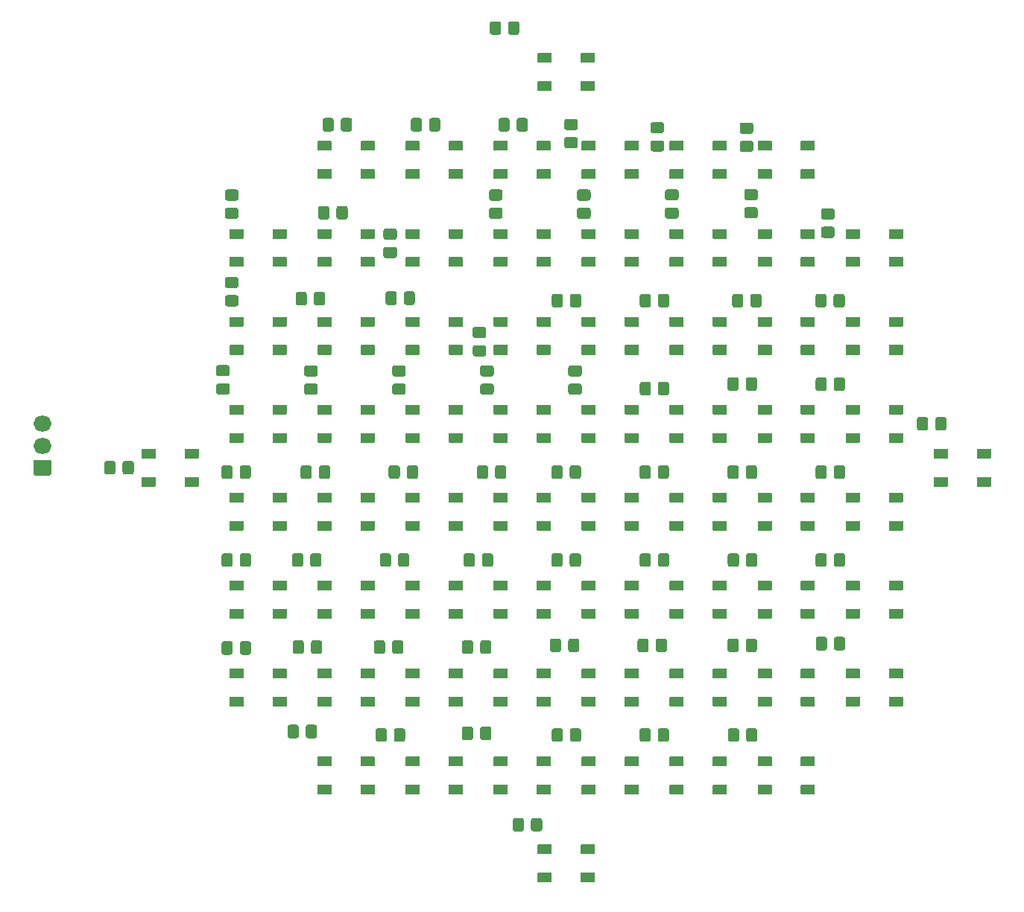
<source format=gts>
G04 #@! TF.GenerationSoftware,KiCad,Pcbnew,(5.1.10)-1*
G04 #@! TF.CreationDate,2021-10-24T10:48:28+02:00*
G04 #@! TF.ProjectId,amepl_led,616d6570-6c5f-46c6-9564-2e6b69636164,rev?*
G04 #@! TF.SameCoordinates,Original*
G04 #@! TF.FileFunction,Soldermask,Top*
G04 #@! TF.FilePolarity,Negative*
%FSLAX46Y46*%
G04 Gerber Fmt 4.6, Leading zero omitted, Abs format (unit mm)*
G04 Created by KiCad (PCBNEW (5.1.10)-1) date 2021-10-24 10:48:28*
%MOMM*%
%LPD*%
G01*
G04 APERTURE LIST*
%ADD10O,2.052000X1.802000*%
%ADD11C,0.100000*%
G04 APERTURE END LIST*
G36*
G01*
X98801000Y-149495702D02*
X98801000Y-150504298D01*
G75*
G02*
X98529298Y-150776000I-271702J0D01*
G01*
X97795702Y-150776000D01*
G75*
G02*
X97524000Y-150504298I0J271702D01*
G01*
X97524000Y-149495702D01*
G75*
G02*
X97795702Y-149224000I271702J0D01*
G01*
X98529298Y-149224000D01*
G75*
G02*
X98801000Y-149495702I0J-271702D01*
G01*
G37*
G36*
G01*
X100876000Y-149495702D02*
X100876000Y-150504298D01*
G75*
G02*
X100604298Y-150776000I-271702J0D01*
G01*
X99870702Y-150776000D01*
G75*
G02*
X99599000Y-150504298I0J271702D01*
G01*
X99599000Y-149495702D01*
G75*
G02*
X99870702Y-149224000I271702J0D01*
G01*
X100604298Y-149224000D01*
G75*
G02*
X100876000Y-149495702I0J-271702D01*
G01*
G37*
G36*
G01*
X169638500Y-179895702D02*
X169638500Y-180904298D01*
G75*
G02*
X169366798Y-181176000I-271702J0D01*
G01*
X168633202Y-181176000D01*
G75*
G02*
X168361500Y-180904298I0J271702D01*
G01*
X168361500Y-179895702D01*
G75*
G02*
X168633202Y-179624000I271702J0D01*
G01*
X169366798Y-179624000D01*
G75*
G02*
X169638500Y-179895702I0J-271702D01*
G01*
G37*
G36*
G01*
X171713500Y-179895702D02*
X171713500Y-180904298D01*
G75*
G02*
X171441798Y-181176000I-271702J0D01*
G01*
X170708202Y-181176000D01*
G75*
G02*
X170436500Y-180904298I0J271702D01*
G01*
X170436500Y-179895702D01*
G75*
G02*
X170708202Y-179624000I271702J0D01*
G01*
X171441798Y-179624000D01*
G75*
G02*
X171713500Y-179895702I0J-271702D01*
G01*
G37*
G36*
G01*
X145201000Y-190095702D02*
X145201000Y-191104298D01*
G75*
G02*
X144929298Y-191376000I-271702J0D01*
G01*
X144195702Y-191376000D01*
G75*
G02*
X143924000Y-191104298I0J271702D01*
G01*
X143924000Y-190095702D01*
G75*
G02*
X144195702Y-189824000I271702J0D01*
G01*
X144929298Y-189824000D01*
G75*
G02*
X145201000Y-190095702I0J-271702D01*
G01*
G37*
G36*
G01*
X147276000Y-190095702D02*
X147276000Y-191104298D01*
G75*
G02*
X147004298Y-191376000I-271702J0D01*
G01*
X146270702Y-191376000D01*
G75*
G02*
X145999000Y-191104298I0J271702D01*
G01*
X145999000Y-190095702D01*
G75*
G02*
X146270702Y-189824000I271702J0D01*
G01*
X147004298Y-189824000D01*
G75*
G02*
X147276000Y-190095702I0J-271702D01*
G01*
G37*
G36*
G01*
X159601000Y-179895702D02*
X159601000Y-180904298D01*
G75*
G02*
X159329298Y-181176000I-271702J0D01*
G01*
X158595702Y-181176000D01*
G75*
G02*
X158324000Y-180904298I0J271702D01*
G01*
X158324000Y-179895702D01*
G75*
G02*
X158595702Y-179624000I271702J0D01*
G01*
X159329298Y-179624000D01*
G75*
G02*
X159601000Y-179895702I0J-271702D01*
G01*
G37*
G36*
G01*
X161676000Y-179895702D02*
X161676000Y-180904298D01*
G75*
G02*
X161404298Y-181176000I-271702J0D01*
G01*
X160670702Y-181176000D01*
G75*
G02*
X160399000Y-180904298I0J271702D01*
G01*
X160399000Y-179895702D01*
G75*
G02*
X160670702Y-179624000I271702J0D01*
G01*
X161404298Y-179624000D01*
G75*
G02*
X161676000Y-179895702I0J-271702D01*
G01*
G37*
G36*
G01*
X162504298Y-119601000D02*
X161495702Y-119601000D01*
G75*
G02*
X161224000Y-119329298I0J271702D01*
G01*
X161224000Y-118595702D01*
G75*
G02*
X161495702Y-118324000I271702J0D01*
G01*
X162504298Y-118324000D01*
G75*
G02*
X162776000Y-118595702I0J-271702D01*
G01*
X162776000Y-119329298D01*
G75*
G02*
X162504298Y-119601000I-271702J0D01*
G01*
G37*
G36*
G01*
X162504298Y-121676000D02*
X161495702Y-121676000D01*
G75*
G02*
X161224000Y-121404298I0J271702D01*
G01*
X161224000Y-120670702D01*
G75*
G02*
X161495702Y-120399000I271702J0D01*
G01*
X162504298Y-120399000D01*
G75*
G02*
X162776000Y-120670702I0J-271702D01*
G01*
X162776000Y-121404298D01*
G75*
G02*
X162504298Y-121676000I-271702J0D01*
G01*
G37*
G36*
G01*
X169601000Y-139970702D02*
X169601000Y-140979298D01*
G75*
G02*
X169329298Y-141251000I-271702J0D01*
G01*
X168595702Y-141251000D01*
G75*
G02*
X168324000Y-140979298I0J271702D01*
G01*
X168324000Y-139970702D01*
G75*
G02*
X168595702Y-139699000I271702J0D01*
G01*
X169329298Y-139699000D01*
G75*
G02*
X169601000Y-139970702I0J-271702D01*
G01*
G37*
G36*
G01*
X171676000Y-139970702D02*
X171676000Y-140979298D01*
G75*
G02*
X171404298Y-141251000I-271702J0D01*
G01*
X170670702Y-141251000D01*
G75*
G02*
X170399000Y-140979298I0J271702D01*
G01*
X170399000Y-139970702D01*
G75*
G02*
X170670702Y-139699000I271702J0D01*
G01*
X171404298Y-139699000D01*
G75*
G02*
X171676000Y-139970702I0J-271702D01*
G01*
G37*
G36*
G01*
X120201000Y-169895702D02*
X120201000Y-170904298D01*
G75*
G02*
X119929298Y-171176000I-271702J0D01*
G01*
X119195702Y-171176000D01*
G75*
G02*
X118924000Y-170904298I0J271702D01*
G01*
X118924000Y-169895702D01*
G75*
G02*
X119195702Y-169624000I271702J0D01*
G01*
X119929298Y-169624000D01*
G75*
G02*
X120201000Y-169895702I0J-271702D01*
G01*
G37*
G36*
G01*
X122276000Y-169895702D02*
X122276000Y-170904298D01*
G75*
G02*
X122004298Y-171176000I-271702J0D01*
G01*
X121270702Y-171176000D01*
G75*
G02*
X120999000Y-170904298I0J271702D01*
G01*
X120999000Y-169895702D01*
G75*
G02*
X121270702Y-169624000I271702J0D01*
G01*
X122004298Y-169624000D01*
G75*
G02*
X122276000Y-169895702I0J-271702D01*
G01*
G37*
G36*
G01*
X112126000Y-159995702D02*
X112126000Y-161004298D01*
G75*
G02*
X111854298Y-161276000I-271702J0D01*
G01*
X111120702Y-161276000D01*
G75*
G02*
X110849000Y-161004298I0J271702D01*
G01*
X110849000Y-159995702D01*
G75*
G02*
X111120702Y-159724000I271702J0D01*
G01*
X111854298Y-159724000D01*
G75*
G02*
X112126000Y-159995702I0J-271702D01*
G01*
G37*
G36*
G01*
X114201000Y-159995702D02*
X114201000Y-161004298D01*
G75*
G02*
X113929298Y-161276000I-271702J0D01*
G01*
X113195702Y-161276000D01*
G75*
G02*
X112924000Y-161004298I0J271702D01*
G01*
X112924000Y-159995702D01*
G75*
G02*
X113195702Y-159724000I271702J0D01*
G01*
X113929298Y-159724000D01*
G75*
G02*
X114201000Y-159995702I0J-271702D01*
G01*
G37*
G36*
G01*
X149426000Y-169695702D02*
X149426000Y-170704298D01*
G75*
G02*
X149154298Y-170976000I-271702J0D01*
G01*
X148420702Y-170976000D01*
G75*
G02*
X148149000Y-170704298I0J271702D01*
G01*
X148149000Y-169695702D01*
G75*
G02*
X148420702Y-169424000I271702J0D01*
G01*
X149154298Y-169424000D01*
G75*
G02*
X149426000Y-169695702I0J-271702D01*
G01*
G37*
G36*
G01*
X151501000Y-169695702D02*
X151501000Y-170704298D01*
G75*
G02*
X151229298Y-170976000I-271702J0D01*
G01*
X150495702Y-170976000D01*
G75*
G02*
X150224000Y-170704298I0J271702D01*
G01*
X150224000Y-169695702D01*
G75*
G02*
X150495702Y-169424000I271702J0D01*
G01*
X151229298Y-169424000D01*
G75*
G02*
X151501000Y-169695702I0J-271702D01*
G01*
G37*
G36*
G01*
X131101000Y-149995702D02*
X131101000Y-151004298D01*
G75*
G02*
X130829298Y-151276000I-271702J0D01*
G01*
X130095702Y-151276000D01*
G75*
G02*
X129824000Y-151004298I0J271702D01*
G01*
X129824000Y-149995702D01*
G75*
G02*
X130095702Y-149724000I271702J0D01*
G01*
X130829298Y-149724000D01*
G75*
G02*
X131101000Y-149995702I0J-271702D01*
G01*
G37*
G36*
G01*
X133176000Y-149995702D02*
X133176000Y-151004298D01*
G75*
G02*
X132904298Y-151276000I-271702J0D01*
G01*
X132170702Y-151276000D01*
G75*
G02*
X131899000Y-151004298I0J271702D01*
G01*
X131899000Y-149995702D01*
G75*
G02*
X132170702Y-149724000I271702J0D01*
G01*
X132904298Y-149724000D01*
G75*
G02*
X133176000Y-149995702I0J-271702D01*
G01*
G37*
G36*
G01*
X151504298Y-139626000D02*
X150495702Y-139626000D01*
G75*
G02*
X150224000Y-139354298I0J271702D01*
G01*
X150224000Y-138620702D01*
G75*
G02*
X150495702Y-138349000I271702J0D01*
G01*
X151504298Y-138349000D01*
G75*
G02*
X151776000Y-138620702I0J-271702D01*
G01*
X151776000Y-139354298D01*
G75*
G02*
X151504298Y-139626000I-271702J0D01*
G01*
G37*
G36*
G01*
X151504298Y-141701000D02*
X150495702Y-141701000D01*
G75*
G02*
X150224000Y-141429298I0J271702D01*
G01*
X150224000Y-140695702D01*
G75*
G02*
X150495702Y-140424000I271702J0D01*
G01*
X151504298Y-140424000D01*
G75*
G02*
X151776000Y-140695702I0J-271702D01*
G01*
X151776000Y-141429298D01*
G75*
G02*
X151504298Y-141701000I-271702J0D01*
G01*
G37*
G36*
G01*
X159626000Y-159995702D02*
X159626000Y-161004298D01*
G75*
G02*
X159354298Y-161276000I-271702J0D01*
G01*
X158620702Y-161276000D01*
G75*
G02*
X158349000Y-161004298I0J271702D01*
G01*
X158349000Y-159995702D01*
G75*
G02*
X158620702Y-159724000I271702J0D01*
G01*
X159354298Y-159724000D01*
G75*
G02*
X159626000Y-159995702I0J-271702D01*
G01*
G37*
G36*
G01*
X161701000Y-159995702D02*
X161701000Y-161004298D01*
G75*
G02*
X161429298Y-161276000I-271702J0D01*
G01*
X160695702Y-161276000D01*
G75*
G02*
X160424000Y-161004298I0J271702D01*
G01*
X160424000Y-159995702D01*
G75*
G02*
X160695702Y-159724000I271702J0D01*
G01*
X161429298Y-159724000D01*
G75*
G02*
X161701000Y-159995702I0J-271702D01*
G01*
G37*
G36*
G01*
X159601000Y-149995702D02*
X159601000Y-151004298D01*
G75*
G02*
X159329298Y-151276000I-271702J0D01*
G01*
X158595702Y-151276000D01*
G75*
G02*
X158324000Y-151004298I0J271702D01*
G01*
X158324000Y-149995702D01*
G75*
G02*
X158595702Y-149724000I271702J0D01*
G01*
X159329298Y-149724000D01*
G75*
G02*
X159601000Y-149995702I0J-271702D01*
G01*
G37*
G36*
G01*
X161676000Y-149995702D02*
X161676000Y-151004298D01*
G75*
G02*
X161404298Y-151276000I-271702J0D01*
G01*
X160670702Y-151276000D01*
G75*
G02*
X160399000Y-151004298I0J271702D01*
G01*
X160399000Y-149995702D01*
G75*
G02*
X160670702Y-149724000I271702J0D01*
G01*
X161404298Y-149724000D01*
G75*
G02*
X161676000Y-149995702I0J-271702D01*
G01*
G37*
G36*
G01*
X169601000Y-169695702D02*
X169601000Y-170704298D01*
G75*
G02*
X169329298Y-170976000I-271702J0D01*
G01*
X168595702Y-170976000D01*
G75*
G02*
X168324000Y-170704298I0J271702D01*
G01*
X168324000Y-169695702D01*
G75*
G02*
X168595702Y-169424000I271702J0D01*
G01*
X169329298Y-169424000D01*
G75*
G02*
X169601000Y-169695702I0J-271702D01*
G01*
G37*
G36*
G01*
X171676000Y-169695702D02*
X171676000Y-170704298D01*
G75*
G02*
X171404298Y-170976000I-271702J0D01*
G01*
X170670702Y-170976000D01*
G75*
G02*
X170399000Y-170704298I0J271702D01*
G01*
X170399000Y-169695702D01*
G75*
G02*
X170670702Y-169424000I271702J0D01*
G01*
X171404298Y-169424000D01*
G75*
G02*
X171676000Y-169695702I0J-271702D01*
G01*
G37*
G36*
G01*
X129426000Y-169895702D02*
X129426000Y-170904298D01*
G75*
G02*
X129154298Y-171176000I-271702J0D01*
G01*
X128420702Y-171176000D01*
G75*
G02*
X128149000Y-170904298I0J271702D01*
G01*
X128149000Y-169895702D01*
G75*
G02*
X128420702Y-169624000I271702J0D01*
G01*
X129154298Y-169624000D01*
G75*
G02*
X129426000Y-169895702I0J-271702D01*
G01*
G37*
G36*
G01*
X131501000Y-169895702D02*
X131501000Y-170904298D01*
G75*
G02*
X131229298Y-171176000I-271702J0D01*
G01*
X130495702Y-171176000D01*
G75*
G02*
X130224000Y-170904298I0J271702D01*
G01*
X130224000Y-169895702D01*
G75*
G02*
X130495702Y-169624000I271702J0D01*
G01*
X131229298Y-169624000D01*
G75*
G02*
X131501000Y-169895702I0J-271702D01*
G01*
G37*
G36*
G01*
X159626000Y-140495702D02*
X159626000Y-141504298D01*
G75*
G02*
X159354298Y-141776000I-271702J0D01*
G01*
X158620702Y-141776000D01*
G75*
G02*
X158349000Y-141504298I0J271702D01*
G01*
X158349000Y-140495702D01*
G75*
G02*
X158620702Y-140224000I271702J0D01*
G01*
X159354298Y-140224000D01*
G75*
G02*
X159626000Y-140495702I0J-271702D01*
G01*
G37*
G36*
G01*
X161701000Y-140495702D02*
X161701000Y-141504298D01*
G75*
G02*
X161429298Y-141776000I-271702J0D01*
G01*
X160695702Y-141776000D01*
G75*
G02*
X160424000Y-141504298I0J271702D01*
G01*
X160424000Y-140495702D01*
G75*
G02*
X160695702Y-140224000I271702J0D01*
G01*
X161429298Y-140224000D01*
G75*
G02*
X161701000Y-140495702I0J-271702D01*
G01*
G37*
G36*
G01*
X170126000Y-130495702D02*
X170126000Y-131504298D01*
G75*
G02*
X169854298Y-131776000I-271702J0D01*
G01*
X169120702Y-131776000D01*
G75*
G02*
X168849000Y-131504298I0J271702D01*
G01*
X168849000Y-130495702D01*
G75*
G02*
X169120702Y-130224000I271702J0D01*
G01*
X169854298Y-130224000D01*
G75*
G02*
X170126000Y-130495702I0J-271702D01*
G01*
G37*
G36*
G01*
X172201000Y-130495702D02*
X172201000Y-131504298D01*
G75*
G02*
X171929298Y-131776000I-271702J0D01*
G01*
X171195702Y-131776000D01*
G75*
G02*
X170924000Y-131504298I0J271702D01*
G01*
X170924000Y-130495702D01*
G75*
G02*
X171195702Y-130224000I271702J0D01*
G01*
X171929298Y-130224000D01*
G75*
G02*
X172201000Y-130495702I0J-271702D01*
G01*
G37*
G36*
G01*
X191126000Y-144495702D02*
X191126000Y-145504298D01*
G75*
G02*
X190854298Y-145776000I-271702J0D01*
G01*
X190120702Y-145776000D01*
G75*
G02*
X189849000Y-145504298I0J271702D01*
G01*
X189849000Y-144495702D01*
G75*
G02*
X190120702Y-144224000I271702J0D01*
G01*
X190854298Y-144224000D01*
G75*
G02*
X191126000Y-144495702I0J-271702D01*
G01*
G37*
G36*
G01*
X193201000Y-144495702D02*
X193201000Y-145504298D01*
G75*
G02*
X192929298Y-145776000I-271702J0D01*
G01*
X192195702Y-145776000D01*
G75*
G02*
X191924000Y-145504298I0J271702D01*
G01*
X191924000Y-144495702D01*
G75*
G02*
X192195702Y-144224000I271702J0D01*
G01*
X192929298Y-144224000D01*
G75*
G02*
X193201000Y-144495702I0J-271702D01*
G01*
G37*
G36*
G01*
X139426000Y-179695702D02*
X139426000Y-180704298D01*
G75*
G02*
X139154298Y-180976000I-271702J0D01*
G01*
X138420702Y-180976000D01*
G75*
G02*
X138149000Y-180704298I0J271702D01*
G01*
X138149000Y-179695702D01*
G75*
G02*
X138420702Y-179424000I271702J0D01*
G01*
X139154298Y-179424000D01*
G75*
G02*
X139426000Y-179695702I0J-271702D01*
G01*
G37*
G36*
G01*
X141501000Y-179695702D02*
X141501000Y-180704298D01*
G75*
G02*
X141229298Y-180976000I-271702J0D01*
G01*
X140495702Y-180976000D01*
G75*
G02*
X140224000Y-180704298I0J271702D01*
G01*
X140224000Y-179695702D01*
G75*
G02*
X140495702Y-179424000I271702J0D01*
G01*
X141229298Y-179424000D01*
G75*
G02*
X141501000Y-179695702I0J-271702D01*
G01*
G37*
G36*
G01*
X112899000Y-151004298D02*
X112899000Y-149995702D01*
G75*
G02*
X113170702Y-149724000I271702J0D01*
G01*
X113904298Y-149724000D01*
G75*
G02*
X114176000Y-149995702I0J-271702D01*
G01*
X114176000Y-151004298D01*
G75*
G02*
X113904298Y-151276000I-271702J0D01*
G01*
X113170702Y-151276000D01*
G75*
G02*
X112899000Y-151004298I0J271702D01*
G01*
G37*
G36*
G01*
X110824000Y-151004298D02*
X110824000Y-149995702D01*
G75*
G02*
X111095702Y-149724000I271702J0D01*
G01*
X111829298Y-149724000D01*
G75*
G02*
X112101000Y-149995702I0J-271702D01*
G01*
X112101000Y-151004298D01*
G75*
G02*
X111829298Y-151276000I-271702J0D01*
G01*
X111095702Y-151276000D01*
G75*
G02*
X110824000Y-151004298I0J271702D01*
G01*
G37*
G36*
G01*
X159376000Y-169695702D02*
X159376000Y-170704298D01*
G75*
G02*
X159104298Y-170976000I-271702J0D01*
G01*
X158370702Y-170976000D01*
G75*
G02*
X158099000Y-170704298I0J271702D01*
G01*
X158099000Y-169695702D01*
G75*
G02*
X158370702Y-169424000I271702J0D01*
G01*
X159104298Y-169424000D01*
G75*
G02*
X159376000Y-169695702I0J-271702D01*
G01*
G37*
G36*
G01*
X161451000Y-169695702D02*
X161451000Y-170704298D01*
G75*
G02*
X161179298Y-170976000I-271702J0D01*
G01*
X160445702Y-170976000D01*
G75*
G02*
X160174000Y-170704298I0J271702D01*
G01*
X160174000Y-169695702D01*
G75*
G02*
X160445702Y-169424000I271702J0D01*
G01*
X161179298Y-169424000D01*
G75*
G02*
X161451000Y-169695702I0J-271702D01*
G01*
G37*
G36*
G01*
X149601000Y-159995702D02*
X149601000Y-161004298D01*
G75*
G02*
X149329298Y-161276000I-271702J0D01*
G01*
X148595702Y-161276000D01*
G75*
G02*
X148324000Y-161004298I0J271702D01*
G01*
X148324000Y-159995702D01*
G75*
G02*
X148595702Y-159724000I271702J0D01*
G01*
X149329298Y-159724000D01*
G75*
G02*
X149601000Y-159995702I0J-271702D01*
G01*
G37*
G36*
G01*
X151676000Y-159995702D02*
X151676000Y-161004298D01*
G75*
G02*
X151404298Y-161276000I-271702J0D01*
G01*
X150670702Y-161276000D01*
G75*
G02*
X150399000Y-161004298I0J271702D01*
G01*
X150399000Y-159995702D01*
G75*
G02*
X150670702Y-159724000I271702J0D01*
G01*
X151404298Y-159724000D01*
G75*
G02*
X151676000Y-159995702I0J-271702D01*
G01*
G37*
G36*
G01*
X179576000Y-130495702D02*
X179576000Y-131504298D01*
G75*
G02*
X179304298Y-131776000I-271702J0D01*
G01*
X178570702Y-131776000D01*
G75*
G02*
X178299000Y-131504298I0J271702D01*
G01*
X178299000Y-130495702D01*
G75*
G02*
X178570702Y-130224000I271702J0D01*
G01*
X179304298Y-130224000D01*
G75*
G02*
X179576000Y-130495702I0J-271702D01*
G01*
G37*
G36*
G01*
X181651000Y-130495702D02*
X181651000Y-131504298D01*
G75*
G02*
X181379298Y-131776000I-271702J0D01*
G01*
X180645702Y-131776000D01*
G75*
G02*
X180374000Y-131504298I0J271702D01*
G01*
X180374000Y-130495702D01*
G75*
G02*
X180645702Y-130224000I271702J0D01*
G01*
X181379298Y-130224000D01*
G75*
G02*
X181651000Y-130495702I0J-271702D01*
G01*
G37*
G36*
G01*
X149626000Y-179895702D02*
X149626000Y-180904298D01*
G75*
G02*
X149354298Y-181176000I-271702J0D01*
G01*
X148620702Y-181176000D01*
G75*
G02*
X148349000Y-180904298I0J271702D01*
G01*
X148349000Y-179895702D01*
G75*
G02*
X148620702Y-179624000I271702J0D01*
G01*
X149354298Y-179624000D01*
G75*
G02*
X149626000Y-179895702I0J-271702D01*
G01*
G37*
G36*
G01*
X151701000Y-179895702D02*
X151701000Y-180904298D01*
G75*
G02*
X151429298Y-181176000I-271702J0D01*
G01*
X150695702Y-181176000D01*
G75*
G02*
X150424000Y-180904298I0J271702D01*
G01*
X150424000Y-179895702D01*
G75*
G02*
X150695702Y-179624000I271702J0D01*
G01*
X151429298Y-179624000D01*
G75*
G02*
X151701000Y-179895702I0J-271702D01*
G01*
G37*
G36*
G01*
X130751147Y-130209837D02*
X130751147Y-131218433D01*
G75*
G02*
X130479445Y-131490135I-271702J0D01*
G01*
X129745849Y-131490135D01*
G75*
G02*
X129474147Y-131218433I0J271702D01*
G01*
X129474147Y-130209837D01*
G75*
G02*
X129745849Y-129938135I271702J0D01*
G01*
X130479445Y-129938135D01*
G75*
G02*
X130751147Y-130209837I0J-271702D01*
G01*
G37*
G36*
G01*
X132826147Y-130209837D02*
X132826147Y-131218433D01*
G75*
G02*
X132554445Y-131490135I-271702J0D01*
G01*
X131820849Y-131490135D01*
G75*
G02*
X131549147Y-131218433I0J271702D01*
G01*
X131549147Y-130209837D01*
G75*
G02*
X131820849Y-129938135I271702J0D01*
G01*
X132554445Y-129938135D01*
G75*
G02*
X132826147Y-130209837I0J-271702D01*
G01*
G37*
G36*
G01*
X121101000Y-149995702D02*
X121101000Y-151004298D01*
G75*
G02*
X120829298Y-151276000I-271702J0D01*
G01*
X120095702Y-151276000D01*
G75*
G02*
X119824000Y-151004298I0J271702D01*
G01*
X119824000Y-149995702D01*
G75*
G02*
X120095702Y-149724000I271702J0D01*
G01*
X120829298Y-149724000D01*
G75*
G02*
X121101000Y-149995702I0J-271702D01*
G01*
G37*
G36*
G01*
X123176000Y-149995702D02*
X123176000Y-151004298D01*
G75*
G02*
X122904298Y-151276000I-271702J0D01*
G01*
X122170702Y-151276000D01*
G75*
G02*
X121899000Y-151004298I0J271702D01*
G01*
X121899000Y-149995702D01*
G75*
G02*
X122170702Y-149724000I271702J0D01*
G01*
X122904298Y-149724000D01*
G75*
G02*
X123176000Y-149995702I0J-271702D01*
G01*
G37*
G36*
G01*
X179626000Y-169495702D02*
X179626000Y-170504298D01*
G75*
G02*
X179354298Y-170776000I-271702J0D01*
G01*
X178620702Y-170776000D01*
G75*
G02*
X178349000Y-170504298I0J271702D01*
G01*
X178349000Y-169495702D01*
G75*
G02*
X178620702Y-169224000I271702J0D01*
G01*
X179354298Y-169224000D01*
G75*
G02*
X179626000Y-169495702I0J-271702D01*
G01*
G37*
G36*
G01*
X181701000Y-169495702D02*
X181701000Y-170504298D01*
G75*
G02*
X181429298Y-170776000I-271702J0D01*
G01*
X180695702Y-170776000D01*
G75*
G02*
X180424000Y-170504298I0J271702D01*
G01*
X180424000Y-169495702D01*
G75*
G02*
X180695702Y-169224000I271702J0D01*
G01*
X181429298Y-169224000D01*
G75*
G02*
X181701000Y-169495702I0J-271702D01*
G01*
G37*
G36*
G01*
X111504298Y-139601000D02*
X110495702Y-139601000D01*
G75*
G02*
X110224000Y-139329298I0J271702D01*
G01*
X110224000Y-138595702D01*
G75*
G02*
X110495702Y-138324000I271702J0D01*
G01*
X111504298Y-138324000D01*
G75*
G02*
X111776000Y-138595702I0J-271702D01*
G01*
X111776000Y-139329298D01*
G75*
G02*
X111504298Y-139601000I-271702J0D01*
G01*
G37*
G36*
G01*
X111504298Y-141676000D02*
X110495702Y-141676000D01*
G75*
G02*
X110224000Y-141404298I0J271702D01*
G01*
X110224000Y-140670702D01*
G75*
G02*
X110495702Y-140399000I271702J0D01*
G01*
X111504298Y-140399000D01*
G75*
G02*
X111776000Y-140670702I0J-271702D01*
G01*
X111776000Y-141404298D01*
G75*
G02*
X111504298Y-141676000I-271702J0D01*
G01*
G37*
G36*
G01*
X179601000Y-159995702D02*
X179601000Y-161004298D01*
G75*
G02*
X179329298Y-161276000I-271702J0D01*
G01*
X178595702Y-161276000D01*
G75*
G02*
X178324000Y-161004298I0J271702D01*
G01*
X178324000Y-159995702D01*
G75*
G02*
X178595702Y-159724000I271702J0D01*
G01*
X179329298Y-159724000D01*
G75*
G02*
X179601000Y-159995702I0J-271702D01*
G01*
G37*
G36*
G01*
X181676000Y-159995702D02*
X181676000Y-161004298D01*
G75*
G02*
X181404298Y-161276000I-271702J0D01*
G01*
X180670702Y-161276000D01*
G75*
G02*
X180399000Y-161004298I0J271702D01*
G01*
X180399000Y-159995702D01*
G75*
G02*
X180670702Y-159724000I271702J0D01*
G01*
X181404298Y-159724000D01*
G75*
G02*
X181676000Y-159995702I0J-271702D01*
G01*
G37*
G36*
G01*
X179601000Y-149995702D02*
X179601000Y-151004298D01*
G75*
G02*
X179329298Y-151276000I-271702J0D01*
G01*
X178595702Y-151276000D01*
G75*
G02*
X178324000Y-151004298I0J271702D01*
G01*
X178324000Y-149995702D01*
G75*
G02*
X178595702Y-149724000I271702J0D01*
G01*
X179329298Y-149724000D01*
G75*
G02*
X179601000Y-149995702I0J-271702D01*
G01*
G37*
G36*
G01*
X181676000Y-149995702D02*
X181676000Y-151004298D01*
G75*
G02*
X181404298Y-151276000I-271702J0D01*
G01*
X180670702Y-151276000D01*
G75*
G02*
X180399000Y-151004298I0J271702D01*
G01*
X180399000Y-149995702D01*
G75*
G02*
X180670702Y-149724000I271702J0D01*
G01*
X181404298Y-149724000D01*
G75*
G02*
X181676000Y-149995702I0J-271702D01*
G01*
G37*
G36*
G01*
X142601000Y-99495702D02*
X142601000Y-100504298D01*
G75*
G02*
X142329298Y-100776000I-271702J0D01*
G01*
X141595702Y-100776000D01*
G75*
G02*
X141324000Y-100504298I0J271702D01*
G01*
X141324000Y-99495702D01*
G75*
G02*
X141595702Y-99224000I271702J0D01*
G01*
X142329298Y-99224000D01*
G75*
G02*
X142601000Y-99495702I0J-271702D01*
G01*
G37*
G36*
G01*
X144676000Y-99495702D02*
X144676000Y-100504298D01*
G75*
G02*
X144404298Y-100776000I-271702J0D01*
G01*
X143670702Y-100776000D01*
G75*
G02*
X143399000Y-100504298I0J271702D01*
G01*
X143399000Y-99495702D01*
G75*
G02*
X143670702Y-99224000I271702J0D01*
G01*
X144404298Y-99224000D01*
G75*
G02*
X144676000Y-99495702I0J-271702D01*
G01*
G37*
G36*
G01*
X129626000Y-179895702D02*
X129626000Y-180904298D01*
G75*
G02*
X129354298Y-181176000I-271702J0D01*
G01*
X128620702Y-181176000D01*
G75*
G02*
X128349000Y-180904298I0J271702D01*
G01*
X128349000Y-179895702D01*
G75*
G02*
X128620702Y-179624000I271702J0D01*
G01*
X129354298Y-179624000D01*
G75*
G02*
X129626000Y-179895702I0J-271702D01*
G01*
G37*
G36*
G01*
X131701000Y-179895702D02*
X131701000Y-180904298D01*
G75*
G02*
X131429298Y-181176000I-271702J0D01*
G01*
X130695702Y-181176000D01*
G75*
G02*
X130424000Y-180904298I0J271702D01*
G01*
X130424000Y-179895702D01*
G75*
G02*
X130695702Y-179624000I271702J0D01*
G01*
X131429298Y-179624000D01*
G75*
G02*
X131701000Y-179895702I0J-271702D01*
G01*
G37*
G36*
G01*
X151052907Y-111601411D02*
X150044311Y-111601411D01*
G75*
G02*
X149772609Y-111329709I0J271702D01*
G01*
X149772609Y-110596113D01*
G75*
G02*
X150044311Y-110324411I271702J0D01*
G01*
X151052907Y-110324411D01*
G75*
G02*
X151324609Y-110596113I0J-271702D01*
G01*
X151324609Y-111329709D01*
G75*
G02*
X151052907Y-111601411I-271702J0D01*
G01*
G37*
G36*
G01*
X151052907Y-113676411D02*
X150044311Y-113676411D01*
G75*
G02*
X149772609Y-113404709I0J271702D01*
G01*
X149772609Y-112671113D01*
G75*
G02*
X150044311Y-112399411I271702J0D01*
G01*
X151052907Y-112399411D01*
G75*
G02*
X151324609Y-112671113I0J-271702D01*
G01*
X151324609Y-113404709D01*
G75*
G02*
X151052907Y-113676411I-271702J0D01*
G01*
G37*
G36*
G01*
X141504298Y-139626000D02*
X140495702Y-139626000D01*
G75*
G02*
X140224000Y-139354298I0J271702D01*
G01*
X140224000Y-138620702D01*
G75*
G02*
X140495702Y-138349000I271702J0D01*
G01*
X141504298Y-138349000D01*
G75*
G02*
X141776000Y-138620702I0J-271702D01*
G01*
X141776000Y-139354298D01*
G75*
G02*
X141504298Y-139626000I-271702J0D01*
G01*
G37*
G36*
G01*
X141504298Y-141701000D02*
X140495702Y-141701000D01*
G75*
G02*
X140224000Y-141429298I0J271702D01*
G01*
X140224000Y-140695702D01*
G75*
G02*
X140495702Y-140424000I271702J0D01*
G01*
X141504298Y-140424000D01*
G75*
G02*
X141776000Y-140695702I0J-271702D01*
G01*
X141776000Y-141429298D01*
G75*
G02*
X141504298Y-141701000I-271702J0D01*
G01*
G37*
G36*
G01*
X112126000Y-169995702D02*
X112126000Y-171004298D01*
G75*
G02*
X111854298Y-171276000I-271702J0D01*
G01*
X111120702Y-171276000D01*
G75*
G02*
X110849000Y-171004298I0J271702D01*
G01*
X110849000Y-169995702D01*
G75*
G02*
X111120702Y-169724000I271702J0D01*
G01*
X111854298Y-169724000D01*
G75*
G02*
X112126000Y-169995702I0J-271702D01*
G01*
G37*
G36*
G01*
X114201000Y-169995702D02*
X114201000Y-171004298D01*
G75*
G02*
X113929298Y-171276000I-271702J0D01*
G01*
X113195702Y-171276000D01*
G75*
G02*
X112924000Y-171004298I0J271702D01*
G01*
X112924000Y-169995702D01*
G75*
G02*
X113195702Y-169724000I271702J0D01*
G01*
X113929298Y-169724000D01*
G75*
G02*
X114201000Y-169995702I0J-271702D01*
G01*
G37*
G36*
G01*
X152504298Y-119626000D02*
X151495702Y-119626000D01*
G75*
G02*
X151224000Y-119354298I0J271702D01*
G01*
X151224000Y-118620702D01*
G75*
G02*
X151495702Y-118349000I271702J0D01*
G01*
X152504298Y-118349000D01*
G75*
G02*
X152776000Y-118620702I0J-271702D01*
G01*
X152776000Y-119354298D01*
G75*
G02*
X152504298Y-119626000I-271702J0D01*
G01*
G37*
G36*
G01*
X152504298Y-121701000D02*
X151495702Y-121701000D01*
G75*
G02*
X151224000Y-121429298I0J271702D01*
G01*
X151224000Y-120695702D01*
G75*
G02*
X151495702Y-120424000I271702J0D01*
G01*
X152504298Y-120424000D01*
G75*
G02*
X152776000Y-120695702I0J-271702D01*
G01*
X152776000Y-121429298D01*
G75*
G02*
X152504298Y-121701000I-271702J0D01*
G01*
G37*
G36*
G01*
X139626000Y-159995702D02*
X139626000Y-161004298D01*
G75*
G02*
X139354298Y-161276000I-271702J0D01*
G01*
X138620702Y-161276000D01*
G75*
G02*
X138349000Y-161004298I0J271702D01*
G01*
X138349000Y-159995702D01*
G75*
G02*
X138620702Y-159724000I271702J0D01*
G01*
X139354298Y-159724000D01*
G75*
G02*
X139626000Y-159995702I0J-271702D01*
G01*
G37*
G36*
G01*
X141701000Y-159995702D02*
X141701000Y-161004298D01*
G75*
G02*
X141429298Y-161276000I-271702J0D01*
G01*
X140695702Y-161276000D01*
G75*
G02*
X140424000Y-161004298I0J271702D01*
G01*
X140424000Y-159995702D01*
G75*
G02*
X140695702Y-159724000I271702J0D01*
G01*
X141429298Y-159724000D01*
G75*
G02*
X141701000Y-159995702I0J-271702D01*
G01*
G37*
G36*
G01*
X141126000Y-149995702D02*
X141126000Y-151004298D01*
G75*
G02*
X140854298Y-151276000I-271702J0D01*
G01*
X140120702Y-151276000D01*
G75*
G02*
X139849000Y-151004298I0J271702D01*
G01*
X139849000Y-149995702D01*
G75*
G02*
X140120702Y-149724000I271702J0D01*
G01*
X140854298Y-149724000D01*
G75*
G02*
X141126000Y-149995702I0J-271702D01*
G01*
G37*
G36*
G01*
X143201000Y-149995702D02*
X143201000Y-151004298D01*
G75*
G02*
X142929298Y-151276000I-271702J0D01*
G01*
X142195702Y-151276000D01*
G75*
G02*
X141924000Y-151004298I0J271702D01*
G01*
X141924000Y-149995702D01*
G75*
G02*
X142195702Y-149724000I271702J0D01*
G01*
X142929298Y-149724000D01*
G75*
G02*
X143201000Y-149995702I0J-271702D01*
G01*
G37*
G36*
G01*
X170990499Y-112012440D02*
X169981903Y-112012440D01*
G75*
G02*
X169710201Y-111740738I0J271702D01*
G01*
X169710201Y-111007142D01*
G75*
G02*
X169981903Y-110735440I271702J0D01*
G01*
X170990499Y-110735440D01*
G75*
G02*
X171262201Y-111007142I0J-271702D01*
G01*
X171262201Y-111740738D01*
G75*
G02*
X170990499Y-112012440I-271702J0D01*
G01*
G37*
G36*
G01*
X170990499Y-114087440D02*
X169981903Y-114087440D01*
G75*
G02*
X169710201Y-113815738I0J271702D01*
G01*
X169710201Y-113082142D01*
G75*
G02*
X169981903Y-112810440I271702J0D01*
G01*
X170990499Y-112810440D01*
G75*
G02*
X171262201Y-113082142I0J-271702D01*
G01*
X171262201Y-113815738D01*
G75*
G02*
X170990499Y-114087440I-271702J0D01*
G01*
G37*
G36*
G01*
X119626000Y-179495702D02*
X119626000Y-180504298D01*
G75*
G02*
X119354298Y-180776000I-271702J0D01*
G01*
X118620702Y-180776000D01*
G75*
G02*
X118349000Y-180504298I0J271702D01*
G01*
X118349000Y-179495702D01*
G75*
G02*
X118620702Y-179224000I271702J0D01*
G01*
X119354298Y-179224000D01*
G75*
G02*
X119626000Y-179495702I0J-271702D01*
G01*
G37*
G36*
G01*
X121701000Y-179495702D02*
X121701000Y-180504298D01*
G75*
G02*
X121429298Y-180776000I-271702J0D01*
G01*
X120695702Y-180776000D01*
G75*
G02*
X120424000Y-180504298I0J271702D01*
G01*
X120424000Y-179495702D01*
G75*
G02*
X120695702Y-179224000I271702J0D01*
G01*
X121429298Y-179224000D01*
G75*
G02*
X121701000Y-179495702I0J-271702D01*
G01*
G37*
G36*
G01*
X134424000Y-111504298D02*
X134424000Y-110495702D01*
G75*
G02*
X134695702Y-110224000I271702J0D01*
G01*
X135429298Y-110224000D01*
G75*
G02*
X135701000Y-110495702I0J-271702D01*
G01*
X135701000Y-111504298D01*
G75*
G02*
X135429298Y-111776000I-271702J0D01*
G01*
X134695702Y-111776000D01*
G75*
G02*
X134424000Y-111504298I0J271702D01*
G01*
G37*
G36*
G01*
X132349000Y-111504298D02*
X132349000Y-110495702D01*
G75*
G02*
X132620702Y-110224000I271702J0D01*
G01*
X133354298Y-110224000D01*
G75*
G02*
X133626000Y-110495702I0J-271702D01*
G01*
X133626000Y-111504298D01*
G75*
G02*
X133354298Y-111776000I-271702J0D01*
G01*
X132620702Y-111776000D01*
G75*
G02*
X132349000Y-111504298I0J271702D01*
G01*
G37*
G36*
G01*
X139639153Y-136061268D02*
X140647749Y-136061268D01*
G75*
G02*
X140919451Y-136332970I0J-271702D01*
G01*
X140919451Y-137066566D01*
G75*
G02*
X140647749Y-137338268I-271702J0D01*
G01*
X139639153Y-137338268D01*
G75*
G02*
X139367451Y-137066566I0J271702D01*
G01*
X139367451Y-136332970D01*
G75*
G02*
X139639153Y-136061268I271702J0D01*
G01*
G37*
G36*
G01*
X139639153Y-133986268D02*
X140647749Y-133986268D01*
G75*
G02*
X140919451Y-134257970I0J-271702D01*
G01*
X140919451Y-134991566D01*
G75*
G02*
X140647749Y-135263268I-271702J0D01*
G01*
X139639153Y-135263268D01*
G75*
G02*
X139367451Y-134991566I0J271702D01*
G01*
X139367451Y-134257970D01*
G75*
G02*
X139639153Y-133986268I271702J0D01*
G01*
G37*
G36*
G01*
X169626000Y-159995702D02*
X169626000Y-161004298D01*
G75*
G02*
X169354298Y-161276000I-271702J0D01*
G01*
X168620702Y-161276000D01*
G75*
G02*
X168349000Y-161004298I0J271702D01*
G01*
X168349000Y-159995702D01*
G75*
G02*
X168620702Y-159724000I271702J0D01*
G01*
X169354298Y-159724000D01*
G75*
G02*
X169626000Y-159995702I0J-271702D01*
G01*
G37*
G36*
G01*
X171701000Y-159995702D02*
X171701000Y-161004298D01*
G75*
G02*
X171429298Y-161276000I-271702J0D01*
G01*
X170695702Y-161276000D01*
G75*
G02*
X170424000Y-161004298I0J271702D01*
G01*
X170424000Y-159995702D01*
G75*
G02*
X170695702Y-159724000I271702J0D01*
G01*
X171429298Y-159724000D01*
G75*
G02*
X171701000Y-159995702I0J-271702D01*
G01*
G37*
G36*
G01*
X171504298Y-119576000D02*
X170495702Y-119576000D01*
G75*
G02*
X170224000Y-119304298I0J271702D01*
G01*
X170224000Y-118570702D01*
G75*
G02*
X170495702Y-118299000I271702J0D01*
G01*
X171504298Y-118299000D01*
G75*
G02*
X171776000Y-118570702I0J-271702D01*
G01*
X171776000Y-119304298D01*
G75*
G02*
X171504298Y-119576000I-271702J0D01*
G01*
G37*
G36*
G01*
X171504298Y-121651000D02*
X170495702Y-121651000D01*
G75*
G02*
X170224000Y-121379298I0J271702D01*
G01*
X170224000Y-120645702D01*
G75*
G02*
X170495702Y-120374000I271702J0D01*
G01*
X171504298Y-120374000D01*
G75*
G02*
X171776000Y-120645702I0J-271702D01*
G01*
X171776000Y-121379298D01*
G75*
G02*
X171504298Y-121651000I-271702J0D01*
G01*
G37*
G36*
G01*
X149601000Y-149995702D02*
X149601000Y-151004298D01*
G75*
G02*
X149329298Y-151276000I-271702J0D01*
G01*
X148595702Y-151276000D01*
G75*
G02*
X148324000Y-151004298I0J271702D01*
G01*
X148324000Y-149995702D01*
G75*
G02*
X148595702Y-149724000I271702J0D01*
G01*
X149329298Y-149724000D01*
G75*
G02*
X149601000Y-149995702I0J-271702D01*
G01*
G37*
G36*
G01*
X151676000Y-149995702D02*
X151676000Y-151004298D01*
G75*
G02*
X151404298Y-151276000I-271702J0D01*
G01*
X150670702Y-151276000D01*
G75*
G02*
X150399000Y-151004298I0J271702D01*
G01*
X150399000Y-149995702D01*
G75*
G02*
X150670702Y-149724000I271702J0D01*
G01*
X151404298Y-149724000D01*
G75*
G02*
X151676000Y-149995702I0J-271702D01*
G01*
G37*
G36*
G01*
X149626000Y-130495702D02*
X149626000Y-131504298D01*
G75*
G02*
X149354298Y-131776000I-271702J0D01*
G01*
X148620702Y-131776000D01*
G75*
G02*
X148349000Y-131504298I0J271702D01*
G01*
X148349000Y-130495702D01*
G75*
G02*
X148620702Y-130224000I271702J0D01*
G01*
X149354298Y-130224000D01*
G75*
G02*
X149626000Y-130495702I0J-271702D01*
G01*
G37*
G36*
G01*
X151701000Y-130495702D02*
X151701000Y-131504298D01*
G75*
G02*
X151429298Y-131776000I-271702J0D01*
G01*
X150695702Y-131776000D01*
G75*
G02*
X150424000Y-131504298I0J271702D01*
G01*
X150424000Y-130495702D01*
G75*
G02*
X150695702Y-130224000I271702J0D01*
G01*
X151429298Y-130224000D01*
G75*
G02*
X151701000Y-130495702I0J-271702D01*
G01*
G37*
G36*
G01*
X124399000Y-111504298D02*
X124399000Y-110495702D01*
G75*
G02*
X124670702Y-110224000I271702J0D01*
G01*
X125404298Y-110224000D01*
G75*
G02*
X125676000Y-110495702I0J-271702D01*
G01*
X125676000Y-111504298D01*
G75*
G02*
X125404298Y-111776000I-271702J0D01*
G01*
X124670702Y-111776000D01*
G75*
G02*
X124399000Y-111504298I0J271702D01*
G01*
G37*
G36*
G01*
X122324000Y-111504298D02*
X122324000Y-110495702D01*
G75*
G02*
X122595702Y-110224000I271702J0D01*
G01*
X123329298Y-110224000D01*
G75*
G02*
X123601000Y-110495702I0J-271702D01*
G01*
X123601000Y-111504298D01*
G75*
G02*
X123329298Y-111776000I-271702J0D01*
G01*
X122595702Y-111776000D01*
G75*
G02*
X122324000Y-111504298I0J271702D01*
G01*
G37*
G36*
G01*
X112504298Y-119626000D02*
X111495702Y-119626000D01*
G75*
G02*
X111224000Y-119354298I0J271702D01*
G01*
X111224000Y-118620702D01*
G75*
G02*
X111495702Y-118349000I271702J0D01*
G01*
X112504298Y-118349000D01*
G75*
G02*
X112776000Y-118620702I0J-271702D01*
G01*
X112776000Y-119354298D01*
G75*
G02*
X112504298Y-119626000I-271702J0D01*
G01*
G37*
G36*
G01*
X112504298Y-121701000D02*
X111495702Y-121701000D01*
G75*
G02*
X111224000Y-121429298I0J271702D01*
G01*
X111224000Y-120695702D01*
G75*
G02*
X111495702Y-120424000I271702J0D01*
G01*
X112504298Y-120424000D01*
G75*
G02*
X112776000Y-120695702I0J-271702D01*
G01*
X112776000Y-121429298D01*
G75*
G02*
X112504298Y-121701000I-271702J0D01*
G01*
G37*
G36*
G01*
X123899000Y-121504298D02*
X123899000Y-120495702D01*
G75*
G02*
X124170702Y-120224000I271702J0D01*
G01*
X124904298Y-120224000D01*
G75*
G02*
X125176000Y-120495702I0J-271702D01*
G01*
X125176000Y-121504298D01*
G75*
G02*
X124904298Y-121776000I-271702J0D01*
G01*
X124170702Y-121776000D01*
G75*
G02*
X123899000Y-121504298I0J271702D01*
G01*
G37*
G36*
G01*
X121824000Y-121504298D02*
X121824000Y-120495702D01*
G75*
G02*
X122095702Y-120224000I271702J0D01*
G01*
X122829298Y-120224000D01*
G75*
G02*
X123101000Y-120495702I0J-271702D01*
G01*
X123101000Y-121504298D01*
G75*
G02*
X122829298Y-121776000I-271702J0D01*
G01*
X122095702Y-121776000D01*
G75*
G02*
X121824000Y-121504298I0J271702D01*
G01*
G37*
G36*
G01*
X120126000Y-159995702D02*
X120126000Y-161004298D01*
G75*
G02*
X119854298Y-161276000I-271702J0D01*
G01*
X119120702Y-161276000D01*
G75*
G02*
X118849000Y-161004298I0J271702D01*
G01*
X118849000Y-159995702D01*
G75*
G02*
X119120702Y-159724000I271702J0D01*
G01*
X119854298Y-159724000D01*
G75*
G02*
X120126000Y-159995702I0J-271702D01*
G01*
G37*
G36*
G01*
X122201000Y-159995702D02*
X122201000Y-161004298D01*
G75*
G02*
X121929298Y-161276000I-271702J0D01*
G01*
X121195702Y-161276000D01*
G75*
G02*
X120924000Y-161004298I0J271702D01*
G01*
X120924000Y-159995702D01*
G75*
G02*
X121195702Y-159724000I271702J0D01*
G01*
X121929298Y-159724000D01*
G75*
G02*
X122201000Y-159995702I0J-271702D01*
G01*
G37*
G36*
G01*
X144374000Y-111504298D02*
X144374000Y-110495702D01*
G75*
G02*
X144645702Y-110224000I271702J0D01*
G01*
X145379298Y-110224000D01*
G75*
G02*
X145651000Y-110495702I0J-271702D01*
G01*
X145651000Y-111504298D01*
G75*
G02*
X145379298Y-111776000I-271702J0D01*
G01*
X144645702Y-111776000D01*
G75*
G02*
X144374000Y-111504298I0J271702D01*
G01*
G37*
G36*
G01*
X142299000Y-111504298D02*
X142299000Y-110495702D01*
G75*
G02*
X142570702Y-110224000I271702J0D01*
G01*
X143304298Y-110224000D01*
G75*
G02*
X143576000Y-110495702I0J-271702D01*
G01*
X143576000Y-111504298D01*
G75*
G02*
X143304298Y-111776000I-271702J0D01*
G01*
X142570702Y-111776000D01*
G75*
G02*
X142299000Y-111504298I0J271702D01*
G01*
G37*
G36*
G01*
X121504298Y-139626000D02*
X120495702Y-139626000D01*
G75*
G02*
X120224000Y-139354298I0J271702D01*
G01*
X120224000Y-138620702D01*
G75*
G02*
X120495702Y-138349000I271702J0D01*
G01*
X121504298Y-138349000D01*
G75*
G02*
X121776000Y-138620702I0J-271702D01*
G01*
X121776000Y-139354298D01*
G75*
G02*
X121504298Y-139626000I-271702J0D01*
G01*
G37*
G36*
G01*
X121504298Y-141701000D02*
X120495702Y-141701000D01*
G75*
G02*
X120224000Y-141429298I0J271702D01*
G01*
X120224000Y-140695702D01*
G75*
G02*
X120495702Y-140424000I271702J0D01*
G01*
X121504298Y-140424000D01*
G75*
G02*
X121776000Y-140695702I0J-271702D01*
G01*
X121776000Y-141429298D01*
G75*
G02*
X121504298Y-141701000I-271702J0D01*
G01*
G37*
G36*
G01*
X112504298Y-129576000D02*
X111495702Y-129576000D01*
G75*
G02*
X111224000Y-129304298I0J271702D01*
G01*
X111224000Y-128570702D01*
G75*
G02*
X111495702Y-128299000I271702J0D01*
G01*
X112504298Y-128299000D01*
G75*
G02*
X112776000Y-128570702I0J-271702D01*
G01*
X112776000Y-129304298D01*
G75*
G02*
X112504298Y-129576000I-271702J0D01*
G01*
G37*
G36*
G01*
X112504298Y-131651000D02*
X111495702Y-131651000D01*
G75*
G02*
X111224000Y-131379298I0J271702D01*
G01*
X111224000Y-130645702D01*
G75*
G02*
X111495702Y-130374000I271702J0D01*
G01*
X112504298Y-130374000D01*
G75*
G02*
X112776000Y-130645702I0J-271702D01*
G01*
X112776000Y-131379298D01*
G75*
G02*
X112504298Y-131651000I-271702J0D01*
G01*
G37*
G36*
G01*
X130101000Y-159995702D02*
X130101000Y-161004298D01*
G75*
G02*
X129829298Y-161276000I-271702J0D01*
G01*
X129095702Y-161276000D01*
G75*
G02*
X128824000Y-161004298I0J271702D01*
G01*
X128824000Y-159995702D01*
G75*
G02*
X129095702Y-159724000I271702J0D01*
G01*
X129829298Y-159724000D01*
G75*
G02*
X130101000Y-159995702I0J-271702D01*
G01*
G37*
G36*
G01*
X132176000Y-159995702D02*
X132176000Y-161004298D01*
G75*
G02*
X131904298Y-161276000I-271702J0D01*
G01*
X131170702Y-161276000D01*
G75*
G02*
X130899000Y-161004298I0J271702D01*
G01*
X130899000Y-159995702D01*
G75*
G02*
X131170702Y-159724000I271702J0D01*
G01*
X131904298Y-159724000D01*
G75*
G02*
X132176000Y-159995702I0J-271702D01*
G01*
G37*
G36*
G01*
X160849809Y-111970126D02*
X159841213Y-111970126D01*
G75*
G02*
X159569511Y-111698424I0J271702D01*
G01*
X159569511Y-110964828D01*
G75*
G02*
X159841213Y-110693126I271702J0D01*
G01*
X160849809Y-110693126D01*
G75*
G02*
X161121511Y-110964828I0J-271702D01*
G01*
X161121511Y-111698424D01*
G75*
G02*
X160849809Y-111970126I-271702J0D01*
G01*
G37*
G36*
G01*
X160849809Y-114045126D02*
X159841213Y-114045126D01*
G75*
G02*
X159569511Y-113773424I0J271702D01*
G01*
X159569511Y-113039828D01*
G75*
G02*
X159841213Y-112768126I271702J0D01*
G01*
X160849809Y-112768126D01*
G75*
G02*
X161121511Y-113039828I0J-271702D01*
G01*
X161121511Y-113773424D01*
G75*
G02*
X160849809Y-114045126I-271702J0D01*
G01*
G37*
G36*
G01*
X131504298Y-139626000D02*
X130495702Y-139626000D01*
G75*
G02*
X130224000Y-139354298I0J271702D01*
G01*
X130224000Y-138620702D01*
G75*
G02*
X130495702Y-138349000I271702J0D01*
G01*
X131504298Y-138349000D01*
G75*
G02*
X131776000Y-138620702I0J-271702D01*
G01*
X131776000Y-139354298D01*
G75*
G02*
X131504298Y-139626000I-271702J0D01*
G01*
G37*
G36*
G01*
X131504298Y-141701000D02*
X130495702Y-141701000D01*
G75*
G02*
X130224000Y-141429298I0J271702D01*
G01*
X130224000Y-140695702D01*
G75*
G02*
X130495702Y-140424000I271702J0D01*
G01*
X131504298Y-140424000D01*
G75*
G02*
X131776000Y-140695702I0J-271702D01*
G01*
X131776000Y-141429298D01*
G75*
G02*
X131504298Y-141701000I-271702J0D01*
G01*
G37*
G36*
G01*
X120538825Y-130266854D02*
X120538825Y-131275450D01*
G75*
G02*
X120267123Y-131547152I-271702J0D01*
G01*
X119533527Y-131547152D01*
G75*
G02*
X119261825Y-131275450I0J271702D01*
G01*
X119261825Y-130266854D01*
G75*
G02*
X119533527Y-129995152I271702J0D01*
G01*
X120267123Y-129995152D01*
G75*
G02*
X120538825Y-130266854I0J-271702D01*
G01*
G37*
G36*
G01*
X122613825Y-130266854D02*
X122613825Y-131275450D01*
G75*
G02*
X122342123Y-131547152I-271702J0D01*
G01*
X121608527Y-131547152D01*
G75*
G02*
X121336825Y-131275450I0J271702D01*
G01*
X121336825Y-130266854D01*
G75*
G02*
X121608527Y-129995152I271702J0D01*
G01*
X122342123Y-129995152D01*
G75*
G02*
X122613825Y-130266854I0J-271702D01*
G01*
G37*
G36*
G01*
X180222811Y-121784145D02*
X179214215Y-121784145D01*
G75*
G02*
X178942513Y-121512443I0J271702D01*
G01*
X178942513Y-120778847D01*
G75*
G02*
X179214215Y-120507145I271702J0D01*
G01*
X180222811Y-120507145D01*
G75*
G02*
X180494513Y-120778847I0J-271702D01*
G01*
X180494513Y-121512443D01*
G75*
G02*
X180222811Y-121784145I-271702J0D01*
G01*
G37*
G36*
G01*
X180222811Y-123859145D02*
X179214215Y-123859145D01*
G75*
G02*
X178942513Y-123587443I0J271702D01*
G01*
X178942513Y-122853847D01*
G75*
G02*
X179214215Y-122582145I271702J0D01*
G01*
X180222811Y-122582145D01*
G75*
G02*
X180494513Y-122853847I0J-271702D01*
G01*
X180494513Y-123587443D01*
G75*
G02*
X180222811Y-123859145I-271702J0D01*
G01*
G37*
G36*
G01*
X169601000Y-149995702D02*
X169601000Y-151004298D01*
G75*
G02*
X169329298Y-151276000I-271702J0D01*
G01*
X168595702Y-151276000D01*
G75*
G02*
X168324000Y-151004298I0J271702D01*
G01*
X168324000Y-149995702D01*
G75*
G02*
X168595702Y-149724000I271702J0D01*
G01*
X169329298Y-149724000D01*
G75*
G02*
X169601000Y-149995702I0J-271702D01*
G01*
G37*
G36*
G01*
X171676000Y-149995702D02*
X171676000Y-151004298D01*
G75*
G02*
X171404298Y-151276000I-271702J0D01*
G01*
X170670702Y-151276000D01*
G75*
G02*
X170399000Y-151004298I0J271702D01*
G01*
X170399000Y-149995702D01*
G75*
G02*
X170670702Y-149724000I271702J0D01*
G01*
X171404298Y-149724000D01*
G75*
G02*
X171676000Y-149995702I0J-271702D01*
G01*
G37*
G36*
G01*
X159626000Y-130495702D02*
X159626000Y-131504298D01*
G75*
G02*
X159354298Y-131776000I-271702J0D01*
G01*
X158620702Y-131776000D01*
G75*
G02*
X158349000Y-131504298I0J271702D01*
G01*
X158349000Y-130495702D01*
G75*
G02*
X158620702Y-130224000I271702J0D01*
G01*
X159354298Y-130224000D01*
G75*
G02*
X159626000Y-130495702I0J-271702D01*
G01*
G37*
G36*
G01*
X161701000Y-130495702D02*
X161701000Y-131504298D01*
G75*
G02*
X161429298Y-131776000I-271702J0D01*
G01*
X160695702Y-131776000D01*
G75*
G02*
X160424000Y-131504298I0J271702D01*
G01*
X160424000Y-130495702D01*
G75*
G02*
X160695702Y-130224000I271702J0D01*
G01*
X161429298Y-130224000D01*
G75*
G02*
X161701000Y-130495702I0J-271702D01*
G01*
G37*
G36*
G01*
X142504298Y-119626000D02*
X141495702Y-119626000D01*
G75*
G02*
X141224000Y-119354298I0J271702D01*
G01*
X141224000Y-118620702D01*
G75*
G02*
X141495702Y-118349000I271702J0D01*
G01*
X142504298Y-118349000D01*
G75*
G02*
X142776000Y-118620702I0J-271702D01*
G01*
X142776000Y-119354298D01*
G75*
G02*
X142504298Y-119626000I-271702J0D01*
G01*
G37*
G36*
G01*
X142504298Y-121701000D02*
X141495702Y-121701000D01*
G75*
G02*
X141224000Y-121429298I0J271702D01*
G01*
X141224000Y-120695702D01*
G75*
G02*
X141495702Y-120424000I271702J0D01*
G01*
X142504298Y-120424000D01*
G75*
G02*
X142776000Y-120695702I0J-271702D01*
G01*
X142776000Y-121429298D01*
G75*
G02*
X142504298Y-121701000I-271702J0D01*
G01*
G37*
G36*
G01*
X129495702Y-124874000D02*
X130504298Y-124874000D01*
G75*
G02*
X130776000Y-125145702I0J-271702D01*
G01*
X130776000Y-125879298D01*
G75*
G02*
X130504298Y-126151000I-271702J0D01*
G01*
X129495702Y-126151000D01*
G75*
G02*
X129224000Y-125879298I0J271702D01*
G01*
X129224000Y-125145702D01*
G75*
G02*
X129495702Y-124874000I271702J0D01*
G01*
G37*
G36*
G01*
X129495702Y-122799000D02*
X130504298Y-122799000D01*
G75*
G02*
X130776000Y-123070702I0J-271702D01*
G01*
X130776000Y-123804298D01*
G75*
G02*
X130504298Y-124076000I-271702J0D01*
G01*
X129495702Y-124076000D01*
G75*
G02*
X129224000Y-123804298I0J271702D01*
G01*
X129224000Y-123070702D01*
G75*
G02*
X129495702Y-122799000I271702J0D01*
G01*
G37*
G36*
G01*
X139426000Y-169895702D02*
X139426000Y-170904298D01*
G75*
G02*
X139154298Y-171176000I-271702J0D01*
G01*
X138420702Y-171176000D01*
G75*
G02*
X138149000Y-170904298I0J271702D01*
G01*
X138149000Y-169895702D01*
G75*
G02*
X138420702Y-169624000I271702J0D01*
G01*
X139154298Y-169624000D01*
G75*
G02*
X139426000Y-169895702I0J-271702D01*
G01*
G37*
G36*
G01*
X141501000Y-169895702D02*
X141501000Y-170904298D01*
G75*
G02*
X141229298Y-171176000I-271702J0D01*
G01*
X140495702Y-171176000D01*
G75*
G02*
X140224000Y-170904298I0J271702D01*
G01*
X140224000Y-169895702D01*
G75*
G02*
X140495702Y-169624000I271702J0D01*
G01*
X141229298Y-169624000D01*
G75*
G02*
X141501000Y-169895702I0J-271702D01*
G01*
G37*
G36*
G01*
X179601000Y-139995702D02*
X179601000Y-141004298D01*
G75*
G02*
X179329298Y-141276000I-271702J0D01*
G01*
X178595702Y-141276000D01*
G75*
G02*
X178324000Y-141004298I0J271702D01*
G01*
X178324000Y-139995702D01*
G75*
G02*
X178595702Y-139724000I271702J0D01*
G01*
X179329298Y-139724000D01*
G75*
G02*
X179601000Y-139995702I0J-271702D01*
G01*
G37*
G36*
G01*
X181676000Y-139995702D02*
X181676000Y-141004298D01*
G75*
G02*
X181404298Y-141276000I-271702J0D01*
G01*
X180670702Y-141276000D01*
G75*
G02*
X180399000Y-141004298I0J271702D01*
G01*
X180399000Y-139995702D01*
G75*
G02*
X180670702Y-139724000I271702J0D01*
G01*
X181404298Y-139724000D01*
G75*
G02*
X181676000Y-139995702I0J-271702D01*
G01*
G37*
D10*
X90500000Y-145000000D03*
X90500000Y-147500000D03*
G36*
G01*
X91261000Y-150901000D02*
X89739000Y-150901000D01*
G75*
G02*
X89474000Y-150636000I0J265000D01*
G01*
X89474000Y-149364000D01*
G75*
G02*
X89739000Y-149099000I265000J0D01*
G01*
X91261000Y-149099000D01*
G75*
G02*
X91526000Y-149364000I0J-265000D01*
G01*
X91526000Y-150636000D01*
G75*
G02*
X91261000Y-150901000I-265000J0D01*
G01*
G37*
G36*
G01*
X146749000Y-193900000D02*
X146749000Y-192900000D01*
G75*
G02*
X146800000Y-192849000I51000J0D01*
G01*
X148300000Y-192849000D01*
G75*
G02*
X148351000Y-192900000I0J-51000D01*
G01*
X148351000Y-193900000D01*
G75*
G02*
X148300000Y-193951000I-51000J0D01*
G01*
X146800000Y-193951000D01*
G75*
G02*
X146749000Y-193900000I0J51000D01*
G01*
G37*
G36*
G01*
X146749000Y-197100000D02*
X146749000Y-196100000D01*
G75*
G02*
X146800000Y-196049000I51000J0D01*
G01*
X148300000Y-196049000D01*
G75*
G02*
X148351000Y-196100000I0J-51000D01*
G01*
X148351000Y-197100000D01*
G75*
G02*
X148300000Y-197151000I-51000J0D01*
G01*
X146800000Y-197151000D01*
G75*
G02*
X146749000Y-197100000I0J51000D01*
G01*
G37*
G36*
G01*
X151649000Y-193900000D02*
X151649000Y-192900000D01*
G75*
G02*
X151700000Y-192849000I51000J0D01*
G01*
X153200000Y-192849000D01*
G75*
G02*
X153251000Y-192900000I0J-51000D01*
G01*
X153251000Y-193900000D01*
G75*
G02*
X153200000Y-193951000I-51000J0D01*
G01*
X151700000Y-193951000D01*
G75*
G02*
X151649000Y-193900000I0J51000D01*
G01*
G37*
G36*
G01*
X151649000Y-197100000D02*
X151649000Y-196100000D01*
G75*
G02*
X151700000Y-196049000I51000J0D01*
G01*
X153200000Y-196049000D01*
G75*
G02*
X153251000Y-196100000I0J-51000D01*
G01*
X153251000Y-197100000D01*
G75*
G02*
X153200000Y-197151000I-51000J0D01*
G01*
X151700000Y-197151000D01*
G75*
G02*
X151649000Y-197100000I0J51000D01*
G01*
G37*
G36*
G01*
X191749000Y-148900000D02*
X191749000Y-147900000D01*
G75*
G02*
X191800000Y-147849000I51000J0D01*
G01*
X193300000Y-147849000D01*
G75*
G02*
X193351000Y-147900000I0J-51000D01*
G01*
X193351000Y-148900000D01*
G75*
G02*
X193300000Y-148951000I-51000J0D01*
G01*
X191800000Y-148951000D01*
G75*
G02*
X191749000Y-148900000I0J51000D01*
G01*
G37*
G36*
G01*
X191749000Y-152100000D02*
X191749000Y-151100000D01*
G75*
G02*
X191800000Y-151049000I51000J0D01*
G01*
X193300000Y-151049000D01*
G75*
G02*
X193351000Y-151100000I0J-51000D01*
G01*
X193351000Y-152100000D01*
G75*
G02*
X193300000Y-152151000I-51000J0D01*
G01*
X191800000Y-152151000D01*
G75*
G02*
X191749000Y-152100000I0J51000D01*
G01*
G37*
G36*
G01*
X196649000Y-148900000D02*
X196649000Y-147900000D01*
G75*
G02*
X196700000Y-147849000I51000J0D01*
G01*
X198200000Y-147849000D01*
G75*
G02*
X198251000Y-147900000I0J-51000D01*
G01*
X198251000Y-148900000D01*
G75*
G02*
X198200000Y-148951000I-51000J0D01*
G01*
X196700000Y-148951000D01*
G75*
G02*
X196649000Y-148900000I0J51000D01*
G01*
G37*
G36*
G01*
X196649000Y-152100000D02*
X196649000Y-151100000D01*
G75*
G02*
X196700000Y-151049000I51000J0D01*
G01*
X198200000Y-151049000D01*
G75*
G02*
X198251000Y-151100000I0J-51000D01*
G01*
X198251000Y-152100000D01*
G75*
G02*
X198200000Y-152151000I-51000J0D01*
G01*
X196700000Y-152151000D01*
G75*
G02*
X196649000Y-152100000I0J51000D01*
G01*
G37*
G36*
G01*
X146749000Y-103900000D02*
X146749000Y-102900000D01*
G75*
G02*
X146800000Y-102849000I51000J0D01*
G01*
X148300000Y-102849000D01*
G75*
G02*
X148351000Y-102900000I0J-51000D01*
G01*
X148351000Y-103900000D01*
G75*
G02*
X148300000Y-103951000I-51000J0D01*
G01*
X146800000Y-103951000D01*
G75*
G02*
X146749000Y-103900000I0J51000D01*
G01*
G37*
G36*
G01*
X146749000Y-107100000D02*
X146749000Y-106100000D01*
G75*
G02*
X146800000Y-106049000I51000J0D01*
G01*
X148300000Y-106049000D01*
G75*
G02*
X148351000Y-106100000I0J-51000D01*
G01*
X148351000Y-107100000D01*
G75*
G02*
X148300000Y-107151000I-51000J0D01*
G01*
X146800000Y-107151000D01*
G75*
G02*
X146749000Y-107100000I0J51000D01*
G01*
G37*
G36*
G01*
X151649000Y-103900000D02*
X151649000Y-102900000D01*
G75*
G02*
X151700000Y-102849000I51000J0D01*
G01*
X153200000Y-102849000D01*
G75*
G02*
X153251000Y-102900000I0J-51000D01*
G01*
X153251000Y-103900000D01*
G75*
G02*
X153200000Y-103951000I-51000J0D01*
G01*
X151700000Y-103951000D01*
G75*
G02*
X151649000Y-103900000I0J51000D01*
G01*
G37*
G36*
G01*
X151649000Y-107100000D02*
X151649000Y-106100000D01*
G75*
G02*
X151700000Y-106049000I51000J0D01*
G01*
X153200000Y-106049000D01*
G75*
G02*
X153251000Y-106100000I0J-51000D01*
G01*
X153251000Y-107100000D01*
G75*
G02*
X153200000Y-107151000I-51000J0D01*
G01*
X151700000Y-107151000D01*
G75*
G02*
X151649000Y-107100000I0J51000D01*
G01*
G37*
G36*
G01*
X101749000Y-148900000D02*
X101749000Y-147900000D01*
G75*
G02*
X101800000Y-147849000I51000J0D01*
G01*
X103300000Y-147849000D01*
G75*
G02*
X103351000Y-147900000I0J-51000D01*
G01*
X103351000Y-148900000D01*
G75*
G02*
X103300000Y-148951000I-51000J0D01*
G01*
X101800000Y-148951000D01*
G75*
G02*
X101749000Y-148900000I0J51000D01*
G01*
G37*
G36*
G01*
X101749000Y-152100000D02*
X101749000Y-151100000D01*
G75*
G02*
X101800000Y-151049000I51000J0D01*
G01*
X103300000Y-151049000D01*
G75*
G02*
X103351000Y-151100000I0J-51000D01*
G01*
X103351000Y-152100000D01*
G75*
G02*
X103300000Y-152151000I-51000J0D01*
G01*
X101800000Y-152151000D01*
G75*
G02*
X101749000Y-152100000I0J51000D01*
G01*
G37*
G36*
G01*
X106649000Y-148900000D02*
X106649000Y-147900000D01*
G75*
G02*
X106700000Y-147849000I51000J0D01*
G01*
X108200000Y-147849000D01*
G75*
G02*
X108251000Y-147900000I0J-51000D01*
G01*
X108251000Y-148900000D01*
G75*
G02*
X108200000Y-148951000I-51000J0D01*
G01*
X106700000Y-148951000D01*
G75*
G02*
X106649000Y-148900000I0J51000D01*
G01*
G37*
G36*
G01*
X106649000Y-152100000D02*
X106649000Y-151100000D01*
G75*
G02*
X106700000Y-151049000I51000J0D01*
G01*
X108200000Y-151049000D01*
G75*
G02*
X108251000Y-151100000I0J-51000D01*
G01*
X108251000Y-152100000D01*
G75*
G02*
X108200000Y-152151000I-51000J0D01*
G01*
X106700000Y-152151000D01*
G75*
G02*
X106649000Y-152100000I0J51000D01*
G01*
G37*
G36*
G01*
X121749000Y-183900000D02*
X121749000Y-182900000D01*
G75*
G02*
X121800000Y-182849000I51000J0D01*
G01*
X123300000Y-182849000D01*
G75*
G02*
X123351000Y-182900000I0J-51000D01*
G01*
X123351000Y-183900000D01*
G75*
G02*
X123300000Y-183951000I-51000J0D01*
G01*
X121800000Y-183951000D01*
G75*
G02*
X121749000Y-183900000I0J51000D01*
G01*
G37*
G36*
G01*
X121749000Y-187100000D02*
X121749000Y-186100000D01*
G75*
G02*
X121800000Y-186049000I51000J0D01*
G01*
X123300000Y-186049000D01*
G75*
G02*
X123351000Y-186100000I0J-51000D01*
G01*
X123351000Y-187100000D01*
G75*
G02*
X123300000Y-187151000I-51000J0D01*
G01*
X121800000Y-187151000D01*
G75*
G02*
X121749000Y-187100000I0J51000D01*
G01*
G37*
G36*
G01*
X126649000Y-183900000D02*
X126649000Y-182900000D01*
G75*
G02*
X126700000Y-182849000I51000J0D01*
G01*
X128200000Y-182849000D01*
G75*
G02*
X128251000Y-182900000I0J-51000D01*
G01*
X128251000Y-183900000D01*
G75*
G02*
X128200000Y-183951000I-51000J0D01*
G01*
X126700000Y-183951000D01*
G75*
G02*
X126649000Y-183900000I0J51000D01*
G01*
G37*
G36*
G01*
X126649000Y-187100000D02*
X126649000Y-186100000D01*
G75*
G02*
X126700000Y-186049000I51000J0D01*
G01*
X128200000Y-186049000D01*
G75*
G02*
X128251000Y-186100000I0J-51000D01*
G01*
X128251000Y-187100000D01*
G75*
G02*
X128200000Y-187151000I-51000J0D01*
G01*
X126700000Y-187151000D01*
G75*
G02*
X126649000Y-187100000I0J51000D01*
G01*
G37*
G36*
G01*
X131749000Y-183900000D02*
X131749000Y-182900000D01*
G75*
G02*
X131800000Y-182849000I51000J0D01*
G01*
X133300000Y-182849000D01*
G75*
G02*
X133351000Y-182900000I0J-51000D01*
G01*
X133351000Y-183900000D01*
G75*
G02*
X133300000Y-183951000I-51000J0D01*
G01*
X131800000Y-183951000D01*
G75*
G02*
X131749000Y-183900000I0J51000D01*
G01*
G37*
G36*
G01*
X131749000Y-187100000D02*
X131749000Y-186100000D01*
G75*
G02*
X131800000Y-186049000I51000J0D01*
G01*
X133300000Y-186049000D01*
G75*
G02*
X133351000Y-186100000I0J-51000D01*
G01*
X133351000Y-187100000D01*
G75*
G02*
X133300000Y-187151000I-51000J0D01*
G01*
X131800000Y-187151000D01*
G75*
G02*
X131749000Y-187100000I0J51000D01*
G01*
G37*
G36*
G01*
X136649000Y-183900000D02*
X136649000Y-182900000D01*
G75*
G02*
X136700000Y-182849000I51000J0D01*
G01*
X138200000Y-182849000D01*
G75*
G02*
X138251000Y-182900000I0J-51000D01*
G01*
X138251000Y-183900000D01*
G75*
G02*
X138200000Y-183951000I-51000J0D01*
G01*
X136700000Y-183951000D01*
G75*
G02*
X136649000Y-183900000I0J51000D01*
G01*
G37*
G36*
G01*
X136649000Y-187100000D02*
X136649000Y-186100000D01*
G75*
G02*
X136700000Y-186049000I51000J0D01*
G01*
X138200000Y-186049000D01*
G75*
G02*
X138251000Y-186100000I0J-51000D01*
G01*
X138251000Y-187100000D01*
G75*
G02*
X138200000Y-187151000I-51000J0D01*
G01*
X136700000Y-187151000D01*
G75*
G02*
X136649000Y-187100000I0J51000D01*
G01*
G37*
G36*
G01*
X141749000Y-183900000D02*
X141749000Y-182900000D01*
G75*
G02*
X141800000Y-182849000I51000J0D01*
G01*
X143300000Y-182849000D01*
G75*
G02*
X143351000Y-182900000I0J-51000D01*
G01*
X143351000Y-183900000D01*
G75*
G02*
X143300000Y-183951000I-51000J0D01*
G01*
X141800000Y-183951000D01*
G75*
G02*
X141749000Y-183900000I0J51000D01*
G01*
G37*
G36*
G01*
X141749000Y-187100000D02*
X141749000Y-186100000D01*
G75*
G02*
X141800000Y-186049000I51000J0D01*
G01*
X143300000Y-186049000D01*
G75*
G02*
X143351000Y-186100000I0J-51000D01*
G01*
X143351000Y-187100000D01*
G75*
G02*
X143300000Y-187151000I-51000J0D01*
G01*
X141800000Y-187151000D01*
G75*
G02*
X141749000Y-187100000I0J51000D01*
G01*
G37*
G36*
G01*
X146649000Y-183900000D02*
X146649000Y-182900000D01*
G75*
G02*
X146700000Y-182849000I51000J0D01*
G01*
X148200000Y-182849000D01*
G75*
G02*
X148251000Y-182900000I0J-51000D01*
G01*
X148251000Y-183900000D01*
G75*
G02*
X148200000Y-183951000I-51000J0D01*
G01*
X146700000Y-183951000D01*
G75*
G02*
X146649000Y-183900000I0J51000D01*
G01*
G37*
G36*
G01*
X146649000Y-187100000D02*
X146649000Y-186100000D01*
G75*
G02*
X146700000Y-186049000I51000J0D01*
G01*
X148200000Y-186049000D01*
G75*
G02*
X148251000Y-186100000I0J-51000D01*
G01*
X148251000Y-187100000D01*
G75*
G02*
X148200000Y-187151000I-51000J0D01*
G01*
X146700000Y-187151000D01*
G75*
G02*
X146649000Y-187100000I0J51000D01*
G01*
G37*
G36*
G01*
X151749000Y-183900000D02*
X151749000Y-182900000D01*
G75*
G02*
X151800000Y-182849000I51000J0D01*
G01*
X153300000Y-182849000D01*
G75*
G02*
X153351000Y-182900000I0J-51000D01*
G01*
X153351000Y-183900000D01*
G75*
G02*
X153300000Y-183951000I-51000J0D01*
G01*
X151800000Y-183951000D01*
G75*
G02*
X151749000Y-183900000I0J51000D01*
G01*
G37*
G36*
G01*
X151749000Y-187100000D02*
X151749000Y-186100000D01*
G75*
G02*
X151800000Y-186049000I51000J0D01*
G01*
X153300000Y-186049000D01*
G75*
G02*
X153351000Y-186100000I0J-51000D01*
G01*
X153351000Y-187100000D01*
G75*
G02*
X153300000Y-187151000I-51000J0D01*
G01*
X151800000Y-187151000D01*
G75*
G02*
X151749000Y-187100000I0J51000D01*
G01*
G37*
G36*
G01*
X156649000Y-183900000D02*
X156649000Y-182900000D01*
G75*
G02*
X156700000Y-182849000I51000J0D01*
G01*
X158200000Y-182849000D01*
G75*
G02*
X158251000Y-182900000I0J-51000D01*
G01*
X158251000Y-183900000D01*
G75*
G02*
X158200000Y-183951000I-51000J0D01*
G01*
X156700000Y-183951000D01*
G75*
G02*
X156649000Y-183900000I0J51000D01*
G01*
G37*
G36*
G01*
X156649000Y-187100000D02*
X156649000Y-186100000D01*
G75*
G02*
X156700000Y-186049000I51000J0D01*
G01*
X158200000Y-186049000D01*
G75*
G02*
X158251000Y-186100000I0J-51000D01*
G01*
X158251000Y-187100000D01*
G75*
G02*
X158200000Y-187151000I-51000J0D01*
G01*
X156700000Y-187151000D01*
G75*
G02*
X156649000Y-187100000I0J51000D01*
G01*
G37*
G36*
G01*
X161749000Y-183900000D02*
X161749000Y-182900000D01*
G75*
G02*
X161800000Y-182849000I51000J0D01*
G01*
X163300000Y-182849000D01*
G75*
G02*
X163351000Y-182900000I0J-51000D01*
G01*
X163351000Y-183900000D01*
G75*
G02*
X163300000Y-183951000I-51000J0D01*
G01*
X161800000Y-183951000D01*
G75*
G02*
X161749000Y-183900000I0J51000D01*
G01*
G37*
G36*
G01*
X161749000Y-187100000D02*
X161749000Y-186100000D01*
G75*
G02*
X161800000Y-186049000I51000J0D01*
G01*
X163300000Y-186049000D01*
G75*
G02*
X163351000Y-186100000I0J-51000D01*
G01*
X163351000Y-187100000D01*
G75*
G02*
X163300000Y-187151000I-51000J0D01*
G01*
X161800000Y-187151000D01*
G75*
G02*
X161749000Y-187100000I0J51000D01*
G01*
G37*
G36*
G01*
X166649000Y-183900000D02*
X166649000Y-182900000D01*
G75*
G02*
X166700000Y-182849000I51000J0D01*
G01*
X168200000Y-182849000D01*
G75*
G02*
X168251000Y-182900000I0J-51000D01*
G01*
X168251000Y-183900000D01*
G75*
G02*
X168200000Y-183951000I-51000J0D01*
G01*
X166700000Y-183951000D01*
G75*
G02*
X166649000Y-183900000I0J51000D01*
G01*
G37*
G36*
G01*
X166649000Y-187100000D02*
X166649000Y-186100000D01*
G75*
G02*
X166700000Y-186049000I51000J0D01*
G01*
X168200000Y-186049000D01*
G75*
G02*
X168251000Y-186100000I0J-51000D01*
G01*
X168251000Y-187100000D01*
G75*
G02*
X168200000Y-187151000I-51000J0D01*
G01*
X166700000Y-187151000D01*
G75*
G02*
X166649000Y-187100000I0J51000D01*
G01*
G37*
G36*
G01*
X171749000Y-183900000D02*
X171749000Y-182900000D01*
G75*
G02*
X171800000Y-182849000I51000J0D01*
G01*
X173300000Y-182849000D01*
G75*
G02*
X173351000Y-182900000I0J-51000D01*
G01*
X173351000Y-183900000D01*
G75*
G02*
X173300000Y-183951000I-51000J0D01*
G01*
X171800000Y-183951000D01*
G75*
G02*
X171749000Y-183900000I0J51000D01*
G01*
G37*
G36*
G01*
X171749000Y-187100000D02*
X171749000Y-186100000D01*
G75*
G02*
X171800000Y-186049000I51000J0D01*
G01*
X173300000Y-186049000D01*
G75*
G02*
X173351000Y-186100000I0J-51000D01*
G01*
X173351000Y-187100000D01*
G75*
G02*
X173300000Y-187151000I-51000J0D01*
G01*
X171800000Y-187151000D01*
G75*
G02*
X171749000Y-187100000I0J51000D01*
G01*
G37*
G36*
G01*
X176649000Y-183900000D02*
X176649000Y-182900000D01*
G75*
G02*
X176700000Y-182849000I51000J0D01*
G01*
X178200000Y-182849000D01*
G75*
G02*
X178251000Y-182900000I0J-51000D01*
G01*
X178251000Y-183900000D01*
G75*
G02*
X178200000Y-183951000I-51000J0D01*
G01*
X176700000Y-183951000D01*
G75*
G02*
X176649000Y-183900000I0J51000D01*
G01*
G37*
G36*
G01*
X176649000Y-187100000D02*
X176649000Y-186100000D01*
G75*
G02*
X176700000Y-186049000I51000J0D01*
G01*
X178200000Y-186049000D01*
G75*
G02*
X178251000Y-186100000I0J-51000D01*
G01*
X178251000Y-187100000D01*
G75*
G02*
X178200000Y-187151000I-51000J0D01*
G01*
X176700000Y-187151000D01*
G75*
G02*
X176649000Y-187100000I0J51000D01*
G01*
G37*
G36*
G01*
X181749000Y-173900000D02*
X181749000Y-172900000D01*
G75*
G02*
X181800000Y-172849000I51000J0D01*
G01*
X183300000Y-172849000D01*
G75*
G02*
X183351000Y-172900000I0J-51000D01*
G01*
X183351000Y-173900000D01*
G75*
G02*
X183300000Y-173951000I-51000J0D01*
G01*
X181800000Y-173951000D01*
G75*
G02*
X181749000Y-173900000I0J51000D01*
G01*
G37*
G36*
G01*
X181749000Y-177100000D02*
X181749000Y-176100000D01*
G75*
G02*
X181800000Y-176049000I51000J0D01*
G01*
X183300000Y-176049000D01*
G75*
G02*
X183351000Y-176100000I0J-51000D01*
G01*
X183351000Y-177100000D01*
G75*
G02*
X183300000Y-177151000I-51000J0D01*
G01*
X181800000Y-177151000D01*
G75*
G02*
X181749000Y-177100000I0J51000D01*
G01*
G37*
G36*
G01*
X186649000Y-173900000D02*
X186649000Y-172900000D01*
G75*
G02*
X186700000Y-172849000I51000J0D01*
G01*
X188200000Y-172849000D01*
G75*
G02*
X188251000Y-172900000I0J-51000D01*
G01*
X188251000Y-173900000D01*
G75*
G02*
X188200000Y-173951000I-51000J0D01*
G01*
X186700000Y-173951000D01*
G75*
G02*
X186649000Y-173900000I0J51000D01*
G01*
G37*
G36*
G01*
X186649000Y-177100000D02*
X186649000Y-176100000D01*
G75*
G02*
X186700000Y-176049000I51000J0D01*
G01*
X188200000Y-176049000D01*
G75*
G02*
X188251000Y-176100000I0J-51000D01*
G01*
X188251000Y-177100000D01*
G75*
G02*
X188200000Y-177151000I-51000J0D01*
G01*
X186700000Y-177151000D01*
G75*
G02*
X186649000Y-177100000I0J51000D01*
G01*
G37*
G36*
G01*
X181749000Y-163900000D02*
X181749000Y-162900000D01*
G75*
G02*
X181800000Y-162849000I51000J0D01*
G01*
X183300000Y-162849000D01*
G75*
G02*
X183351000Y-162900000I0J-51000D01*
G01*
X183351000Y-163900000D01*
G75*
G02*
X183300000Y-163951000I-51000J0D01*
G01*
X181800000Y-163951000D01*
G75*
G02*
X181749000Y-163900000I0J51000D01*
G01*
G37*
G36*
G01*
X181749000Y-167100000D02*
X181749000Y-166100000D01*
G75*
G02*
X181800000Y-166049000I51000J0D01*
G01*
X183300000Y-166049000D01*
G75*
G02*
X183351000Y-166100000I0J-51000D01*
G01*
X183351000Y-167100000D01*
G75*
G02*
X183300000Y-167151000I-51000J0D01*
G01*
X181800000Y-167151000D01*
G75*
G02*
X181749000Y-167100000I0J51000D01*
G01*
G37*
G36*
G01*
X186649000Y-163900000D02*
X186649000Y-162900000D01*
G75*
G02*
X186700000Y-162849000I51000J0D01*
G01*
X188200000Y-162849000D01*
G75*
G02*
X188251000Y-162900000I0J-51000D01*
G01*
X188251000Y-163900000D01*
G75*
G02*
X188200000Y-163951000I-51000J0D01*
G01*
X186700000Y-163951000D01*
G75*
G02*
X186649000Y-163900000I0J51000D01*
G01*
G37*
G36*
G01*
X186649000Y-167100000D02*
X186649000Y-166100000D01*
G75*
G02*
X186700000Y-166049000I51000J0D01*
G01*
X188200000Y-166049000D01*
G75*
G02*
X188251000Y-166100000I0J-51000D01*
G01*
X188251000Y-167100000D01*
G75*
G02*
X188200000Y-167151000I-51000J0D01*
G01*
X186700000Y-167151000D01*
G75*
G02*
X186649000Y-167100000I0J51000D01*
G01*
G37*
G36*
G01*
X181749000Y-153900000D02*
X181749000Y-152900000D01*
G75*
G02*
X181800000Y-152849000I51000J0D01*
G01*
X183300000Y-152849000D01*
G75*
G02*
X183351000Y-152900000I0J-51000D01*
G01*
X183351000Y-153900000D01*
G75*
G02*
X183300000Y-153951000I-51000J0D01*
G01*
X181800000Y-153951000D01*
G75*
G02*
X181749000Y-153900000I0J51000D01*
G01*
G37*
G36*
G01*
X181749000Y-157100000D02*
X181749000Y-156100000D01*
G75*
G02*
X181800000Y-156049000I51000J0D01*
G01*
X183300000Y-156049000D01*
G75*
G02*
X183351000Y-156100000I0J-51000D01*
G01*
X183351000Y-157100000D01*
G75*
G02*
X183300000Y-157151000I-51000J0D01*
G01*
X181800000Y-157151000D01*
G75*
G02*
X181749000Y-157100000I0J51000D01*
G01*
G37*
G36*
G01*
X186649000Y-153900000D02*
X186649000Y-152900000D01*
G75*
G02*
X186700000Y-152849000I51000J0D01*
G01*
X188200000Y-152849000D01*
G75*
G02*
X188251000Y-152900000I0J-51000D01*
G01*
X188251000Y-153900000D01*
G75*
G02*
X188200000Y-153951000I-51000J0D01*
G01*
X186700000Y-153951000D01*
G75*
G02*
X186649000Y-153900000I0J51000D01*
G01*
G37*
G36*
G01*
X186649000Y-157100000D02*
X186649000Y-156100000D01*
G75*
G02*
X186700000Y-156049000I51000J0D01*
G01*
X188200000Y-156049000D01*
G75*
G02*
X188251000Y-156100000I0J-51000D01*
G01*
X188251000Y-157100000D01*
G75*
G02*
X188200000Y-157151000I-51000J0D01*
G01*
X186700000Y-157151000D01*
G75*
G02*
X186649000Y-157100000I0J51000D01*
G01*
G37*
G36*
G01*
X181749000Y-143900000D02*
X181749000Y-142900000D01*
G75*
G02*
X181800000Y-142849000I51000J0D01*
G01*
X183300000Y-142849000D01*
G75*
G02*
X183351000Y-142900000I0J-51000D01*
G01*
X183351000Y-143900000D01*
G75*
G02*
X183300000Y-143951000I-51000J0D01*
G01*
X181800000Y-143951000D01*
G75*
G02*
X181749000Y-143900000I0J51000D01*
G01*
G37*
G36*
G01*
X181749000Y-147100000D02*
X181749000Y-146100000D01*
G75*
G02*
X181800000Y-146049000I51000J0D01*
G01*
X183300000Y-146049000D01*
G75*
G02*
X183351000Y-146100000I0J-51000D01*
G01*
X183351000Y-147100000D01*
G75*
G02*
X183300000Y-147151000I-51000J0D01*
G01*
X181800000Y-147151000D01*
G75*
G02*
X181749000Y-147100000I0J51000D01*
G01*
G37*
G36*
G01*
X186649000Y-143900000D02*
X186649000Y-142900000D01*
G75*
G02*
X186700000Y-142849000I51000J0D01*
G01*
X188200000Y-142849000D01*
G75*
G02*
X188251000Y-142900000I0J-51000D01*
G01*
X188251000Y-143900000D01*
G75*
G02*
X188200000Y-143951000I-51000J0D01*
G01*
X186700000Y-143951000D01*
G75*
G02*
X186649000Y-143900000I0J51000D01*
G01*
G37*
G36*
G01*
X186649000Y-147100000D02*
X186649000Y-146100000D01*
G75*
G02*
X186700000Y-146049000I51000J0D01*
G01*
X188200000Y-146049000D01*
G75*
G02*
X188251000Y-146100000I0J-51000D01*
G01*
X188251000Y-147100000D01*
G75*
G02*
X188200000Y-147151000I-51000J0D01*
G01*
X186700000Y-147151000D01*
G75*
G02*
X186649000Y-147100000I0J51000D01*
G01*
G37*
G36*
G01*
X181749000Y-133900000D02*
X181749000Y-132900000D01*
G75*
G02*
X181800000Y-132849000I51000J0D01*
G01*
X183300000Y-132849000D01*
G75*
G02*
X183351000Y-132900000I0J-51000D01*
G01*
X183351000Y-133900000D01*
G75*
G02*
X183300000Y-133951000I-51000J0D01*
G01*
X181800000Y-133951000D01*
G75*
G02*
X181749000Y-133900000I0J51000D01*
G01*
G37*
G36*
G01*
X181749000Y-137100000D02*
X181749000Y-136100000D01*
G75*
G02*
X181800000Y-136049000I51000J0D01*
G01*
X183300000Y-136049000D01*
G75*
G02*
X183351000Y-136100000I0J-51000D01*
G01*
X183351000Y-137100000D01*
G75*
G02*
X183300000Y-137151000I-51000J0D01*
G01*
X181800000Y-137151000D01*
G75*
G02*
X181749000Y-137100000I0J51000D01*
G01*
G37*
G36*
G01*
X186649000Y-133900000D02*
X186649000Y-132900000D01*
G75*
G02*
X186700000Y-132849000I51000J0D01*
G01*
X188200000Y-132849000D01*
G75*
G02*
X188251000Y-132900000I0J-51000D01*
G01*
X188251000Y-133900000D01*
G75*
G02*
X188200000Y-133951000I-51000J0D01*
G01*
X186700000Y-133951000D01*
G75*
G02*
X186649000Y-133900000I0J51000D01*
G01*
G37*
G36*
G01*
X186649000Y-137100000D02*
X186649000Y-136100000D01*
G75*
G02*
X186700000Y-136049000I51000J0D01*
G01*
X188200000Y-136049000D01*
G75*
G02*
X188251000Y-136100000I0J-51000D01*
G01*
X188251000Y-137100000D01*
G75*
G02*
X188200000Y-137151000I-51000J0D01*
G01*
X186700000Y-137151000D01*
G75*
G02*
X186649000Y-137100000I0J51000D01*
G01*
G37*
G36*
G01*
X181749000Y-123900000D02*
X181749000Y-122900000D01*
G75*
G02*
X181800000Y-122849000I51000J0D01*
G01*
X183300000Y-122849000D01*
G75*
G02*
X183351000Y-122900000I0J-51000D01*
G01*
X183351000Y-123900000D01*
G75*
G02*
X183300000Y-123951000I-51000J0D01*
G01*
X181800000Y-123951000D01*
G75*
G02*
X181749000Y-123900000I0J51000D01*
G01*
G37*
G36*
G01*
X181749000Y-127100000D02*
X181749000Y-126100000D01*
G75*
G02*
X181800000Y-126049000I51000J0D01*
G01*
X183300000Y-126049000D01*
G75*
G02*
X183351000Y-126100000I0J-51000D01*
G01*
X183351000Y-127100000D01*
G75*
G02*
X183300000Y-127151000I-51000J0D01*
G01*
X181800000Y-127151000D01*
G75*
G02*
X181749000Y-127100000I0J51000D01*
G01*
G37*
G36*
G01*
X186649000Y-123900000D02*
X186649000Y-122900000D01*
G75*
G02*
X186700000Y-122849000I51000J0D01*
G01*
X188200000Y-122849000D01*
G75*
G02*
X188251000Y-122900000I0J-51000D01*
G01*
X188251000Y-123900000D01*
G75*
G02*
X188200000Y-123951000I-51000J0D01*
G01*
X186700000Y-123951000D01*
G75*
G02*
X186649000Y-123900000I0J51000D01*
G01*
G37*
G36*
G01*
X186649000Y-127100000D02*
X186649000Y-126100000D01*
G75*
G02*
X186700000Y-126049000I51000J0D01*
G01*
X188200000Y-126049000D01*
G75*
G02*
X188251000Y-126100000I0J-51000D01*
G01*
X188251000Y-127100000D01*
G75*
G02*
X188200000Y-127151000I-51000J0D01*
G01*
X186700000Y-127151000D01*
G75*
G02*
X186649000Y-127100000I0J51000D01*
G01*
G37*
G36*
G01*
X171749000Y-113900000D02*
X171749000Y-112900000D01*
G75*
G02*
X171800000Y-112849000I51000J0D01*
G01*
X173300000Y-112849000D01*
G75*
G02*
X173351000Y-112900000I0J-51000D01*
G01*
X173351000Y-113900000D01*
G75*
G02*
X173300000Y-113951000I-51000J0D01*
G01*
X171800000Y-113951000D01*
G75*
G02*
X171749000Y-113900000I0J51000D01*
G01*
G37*
G36*
G01*
X171749000Y-117100000D02*
X171749000Y-116100000D01*
G75*
G02*
X171800000Y-116049000I51000J0D01*
G01*
X173300000Y-116049000D01*
G75*
G02*
X173351000Y-116100000I0J-51000D01*
G01*
X173351000Y-117100000D01*
G75*
G02*
X173300000Y-117151000I-51000J0D01*
G01*
X171800000Y-117151000D01*
G75*
G02*
X171749000Y-117100000I0J51000D01*
G01*
G37*
G36*
G01*
X176649000Y-113900000D02*
X176649000Y-112900000D01*
G75*
G02*
X176700000Y-112849000I51000J0D01*
G01*
X178200000Y-112849000D01*
G75*
G02*
X178251000Y-112900000I0J-51000D01*
G01*
X178251000Y-113900000D01*
G75*
G02*
X178200000Y-113951000I-51000J0D01*
G01*
X176700000Y-113951000D01*
G75*
G02*
X176649000Y-113900000I0J51000D01*
G01*
G37*
G36*
G01*
X176649000Y-117100000D02*
X176649000Y-116100000D01*
G75*
G02*
X176700000Y-116049000I51000J0D01*
G01*
X178200000Y-116049000D01*
G75*
G02*
X178251000Y-116100000I0J-51000D01*
G01*
X178251000Y-117100000D01*
G75*
G02*
X178200000Y-117151000I-51000J0D01*
G01*
X176700000Y-117151000D01*
G75*
G02*
X176649000Y-117100000I0J51000D01*
G01*
G37*
G36*
G01*
X161749000Y-113900000D02*
X161749000Y-112900000D01*
G75*
G02*
X161800000Y-112849000I51000J0D01*
G01*
X163300000Y-112849000D01*
G75*
G02*
X163351000Y-112900000I0J-51000D01*
G01*
X163351000Y-113900000D01*
G75*
G02*
X163300000Y-113951000I-51000J0D01*
G01*
X161800000Y-113951000D01*
G75*
G02*
X161749000Y-113900000I0J51000D01*
G01*
G37*
G36*
G01*
X161749000Y-117100000D02*
X161749000Y-116100000D01*
G75*
G02*
X161800000Y-116049000I51000J0D01*
G01*
X163300000Y-116049000D01*
G75*
G02*
X163351000Y-116100000I0J-51000D01*
G01*
X163351000Y-117100000D01*
G75*
G02*
X163300000Y-117151000I-51000J0D01*
G01*
X161800000Y-117151000D01*
G75*
G02*
X161749000Y-117100000I0J51000D01*
G01*
G37*
G36*
G01*
X166649000Y-113900000D02*
X166649000Y-112900000D01*
G75*
G02*
X166700000Y-112849000I51000J0D01*
G01*
X168200000Y-112849000D01*
G75*
G02*
X168251000Y-112900000I0J-51000D01*
G01*
X168251000Y-113900000D01*
G75*
G02*
X168200000Y-113951000I-51000J0D01*
G01*
X166700000Y-113951000D01*
G75*
G02*
X166649000Y-113900000I0J51000D01*
G01*
G37*
G36*
G01*
X166649000Y-117100000D02*
X166649000Y-116100000D01*
G75*
G02*
X166700000Y-116049000I51000J0D01*
G01*
X168200000Y-116049000D01*
G75*
G02*
X168251000Y-116100000I0J-51000D01*
G01*
X168251000Y-117100000D01*
G75*
G02*
X168200000Y-117151000I-51000J0D01*
G01*
X166700000Y-117151000D01*
G75*
G02*
X166649000Y-117100000I0J51000D01*
G01*
G37*
G36*
G01*
X151749000Y-113900000D02*
X151749000Y-112900000D01*
G75*
G02*
X151800000Y-112849000I51000J0D01*
G01*
X153300000Y-112849000D01*
G75*
G02*
X153351000Y-112900000I0J-51000D01*
G01*
X153351000Y-113900000D01*
G75*
G02*
X153300000Y-113951000I-51000J0D01*
G01*
X151800000Y-113951000D01*
G75*
G02*
X151749000Y-113900000I0J51000D01*
G01*
G37*
G36*
G01*
X151749000Y-117100000D02*
X151749000Y-116100000D01*
G75*
G02*
X151800000Y-116049000I51000J0D01*
G01*
X153300000Y-116049000D01*
G75*
G02*
X153351000Y-116100000I0J-51000D01*
G01*
X153351000Y-117100000D01*
G75*
G02*
X153300000Y-117151000I-51000J0D01*
G01*
X151800000Y-117151000D01*
G75*
G02*
X151749000Y-117100000I0J51000D01*
G01*
G37*
G36*
G01*
X156649000Y-113900000D02*
X156649000Y-112900000D01*
G75*
G02*
X156700000Y-112849000I51000J0D01*
G01*
X158200000Y-112849000D01*
G75*
G02*
X158251000Y-112900000I0J-51000D01*
G01*
X158251000Y-113900000D01*
G75*
G02*
X158200000Y-113951000I-51000J0D01*
G01*
X156700000Y-113951000D01*
G75*
G02*
X156649000Y-113900000I0J51000D01*
G01*
G37*
G36*
G01*
X156649000Y-117100000D02*
X156649000Y-116100000D01*
G75*
G02*
X156700000Y-116049000I51000J0D01*
G01*
X158200000Y-116049000D01*
G75*
G02*
X158251000Y-116100000I0J-51000D01*
G01*
X158251000Y-117100000D01*
G75*
G02*
X158200000Y-117151000I-51000J0D01*
G01*
X156700000Y-117151000D01*
G75*
G02*
X156649000Y-117100000I0J51000D01*
G01*
G37*
G36*
G01*
X141749000Y-113900000D02*
X141749000Y-112900000D01*
G75*
G02*
X141800000Y-112849000I51000J0D01*
G01*
X143300000Y-112849000D01*
G75*
G02*
X143351000Y-112900000I0J-51000D01*
G01*
X143351000Y-113900000D01*
G75*
G02*
X143300000Y-113951000I-51000J0D01*
G01*
X141800000Y-113951000D01*
G75*
G02*
X141749000Y-113900000I0J51000D01*
G01*
G37*
G36*
G01*
X141749000Y-117100000D02*
X141749000Y-116100000D01*
G75*
G02*
X141800000Y-116049000I51000J0D01*
G01*
X143300000Y-116049000D01*
G75*
G02*
X143351000Y-116100000I0J-51000D01*
G01*
X143351000Y-117100000D01*
G75*
G02*
X143300000Y-117151000I-51000J0D01*
G01*
X141800000Y-117151000D01*
G75*
G02*
X141749000Y-117100000I0J51000D01*
G01*
G37*
G36*
G01*
X146649000Y-113900000D02*
X146649000Y-112900000D01*
G75*
G02*
X146700000Y-112849000I51000J0D01*
G01*
X148200000Y-112849000D01*
G75*
G02*
X148251000Y-112900000I0J-51000D01*
G01*
X148251000Y-113900000D01*
G75*
G02*
X148200000Y-113951000I-51000J0D01*
G01*
X146700000Y-113951000D01*
G75*
G02*
X146649000Y-113900000I0J51000D01*
G01*
G37*
G36*
G01*
X146649000Y-117100000D02*
X146649000Y-116100000D01*
G75*
G02*
X146700000Y-116049000I51000J0D01*
G01*
X148200000Y-116049000D01*
G75*
G02*
X148251000Y-116100000I0J-51000D01*
G01*
X148251000Y-117100000D01*
G75*
G02*
X148200000Y-117151000I-51000J0D01*
G01*
X146700000Y-117151000D01*
G75*
G02*
X146649000Y-117100000I0J51000D01*
G01*
G37*
G36*
G01*
X131749000Y-113900000D02*
X131749000Y-112900000D01*
G75*
G02*
X131800000Y-112849000I51000J0D01*
G01*
X133300000Y-112849000D01*
G75*
G02*
X133351000Y-112900000I0J-51000D01*
G01*
X133351000Y-113900000D01*
G75*
G02*
X133300000Y-113951000I-51000J0D01*
G01*
X131800000Y-113951000D01*
G75*
G02*
X131749000Y-113900000I0J51000D01*
G01*
G37*
G36*
G01*
X131749000Y-117100000D02*
X131749000Y-116100000D01*
G75*
G02*
X131800000Y-116049000I51000J0D01*
G01*
X133300000Y-116049000D01*
G75*
G02*
X133351000Y-116100000I0J-51000D01*
G01*
X133351000Y-117100000D01*
G75*
G02*
X133300000Y-117151000I-51000J0D01*
G01*
X131800000Y-117151000D01*
G75*
G02*
X131749000Y-117100000I0J51000D01*
G01*
G37*
G36*
G01*
X136649000Y-113900000D02*
X136649000Y-112900000D01*
G75*
G02*
X136700000Y-112849000I51000J0D01*
G01*
X138200000Y-112849000D01*
G75*
G02*
X138251000Y-112900000I0J-51000D01*
G01*
X138251000Y-113900000D01*
G75*
G02*
X138200000Y-113951000I-51000J0D01*
G01*
X136700000Y-113951000D01*
G75*
G02*
X136649000Y-113900000I0J51000D01*
G01*
G37*
G36*
G01*
X136649000Y-117100000D02*
X136649000Y-116100000D01*
G75*
G02*
X136700000Y-116049000I51000J0D01*
G01*
X138200000Y-116049000D01*
G75*
G02*
X138251000Y-116100000I0J-51000D01*
G01*
X138251000Y-117100000D01*
G75*
G02*
X138200000Y-117151000I-51000J0D01*
G01*
X136700000Y-117151000D01*
G75*
G02*
X136649000Y-117100000I0J51000D01*
G01*
G37*
G36*
G01*
X121749000Y-113900000D02*
X121749000Y-112900000D01*
G75*
G02*
X121800000Y-112849000I51000J0D01*
G01*
X123300000Y-112849000D01*
G75*
G02*
X123351000Y-112900000I0J-51000D01*
G01*
X123351000Y-113900000D01*
G75*
G02*
X123300000Y-113951000I-51000J0D01*
G01*
X121800000Y-113951000D01*
G75*
G02*
X121749000Y-113900000I0J51000D01*
G01*
G37*
G36*
G01*
X121749000Y-117100000D02*
X121749000Y-116100000D01*
G75*
G02*
X121800000Y-116049000I51000J0D01*
G01*
X123300000Y-116049000D01*
G75*
G02*
X123351000Y-116100000I0J-51000D01*
G01*
X123351000Y-117100000D01*
G75*
G02*
X123300000Y-117151000I-51000J0D01*
G01*
X121800000Y-117151000D01*
G75*
G02*
X121749000Y-117100000I0J51000D01*
G01*
G37*
G36*
G01*
X126649000Y-113900000D02*
X126649000Y-112900000D01*
G75*
G02*
X126700000Y-112849000I51000J0D01*
G01*
X128200000Y-112849000D01*
G75*
G02*
X128251000Y-112900000I0J-51000D01*
G01*
X128251000Y-113900000D01*
G75*
G02*
X128200000Y-113951000I-51000J0D01*
G01*
X126700000Y-113951000D01*
G75*
G02*
X126649000Y-113900000I0J51000D01*
G01*
G37*
G36*
G01*
X126649000Y-117100000D02*
X126649000Y-116100000D01*
G75*
G02*
X126700000Y-116049000I51000J0D01*
G01*
X128200000Y-116049000D01*
G75*
G02*
X128251000Y-116100000I0J-51000D01*
G01*
X128251000Y-117100000D01*
G75*
G02*
X128200000Y-117151000I-51000J0D01*
G01*
X126700000Y-117151000D01*
G75*
G02*
X126649000Y-117100000I0J51000D01*
G01*
G37*
G36*
G01*
X111749000Y-123900000D02*
X111749000Y-122900000D01*
G75*
G02*
X111800000Y-122849000I51000J0D01*
G01*
X113300000Y-122849000D01*
G75*
G02*
X113351000Y-122900000I0J-51000D01*
G01*
X113351000Y-123900000D01*
G75*
G02*
X113300000Y-123951000I-51000J0D01*
G01*
X111800000Y-123951000D01*
G75*
G02*
X111749000Y-123900000I0J51000D01*
G01*
G37*
G36*
G01*
X111749000Y-127100000D02*
X111749000Y-126100000D01*
G75*
G02*
X111800000Y-126049000I51000J0D01*
G01*
X113300000Y-126049000D01*
G75*
G02*
X113351000Y-126100000I0J-51000D01*
G01*
X113351000Y-127100000D01*
G75*
G02*
X113300000Y-127151000I-51000J0D01*
G01*
X111800000Y-127151000D01*
G75*
G02*
X111749000Y-127100000I0J51000D01*
G01*
G37*
G36*
G01*
X116649000Y-123900000D02*
X116649000Y-122900000D01*
G75*
G02*
X116700000Y-122849000I51000J0D01*
G01*
X118200000Y-122849000D01*
G75*
G02*
X118251000Y-122900000I0J-51000D01*
G01*
X118251000Y-123900000D01*
G75*
G02*
X118200000Y-123951000I-51000J0D01*
G01*
X116700000Y-123951000D01*
G75*
G02*
X116649000Y-123900000I0J51000D01*
G01*
G37*
G36*
G01*
X116649000Y-127100000D02*
X116649000Y-126100000D01*
G75*
G02*
X116700000Y-126049000I51000J0D01*
G01*
X118200000Y-126049000D01*
G75*
G02*
X118251000Y-126100000I0J-51000D01*
G01*
X118251000Y-127100000D01*
G75*
G02*
X118200000Y-127151000I-51000J0D01*
G01*
X116700000Y-127151000D01*
G75*
G02*
X116649000Y-127100000I0J51000D01*
G01*
G37*
G36*
G01*
X111749000Y-133900000D02*
X111749000Y-132900000D01*
G75*
G02*
X111800000Y-132849000I51000J0D01*
G01*
X113300000Y-132849000D01*
G75*
G02*
X113351000Y-132900000I0J-51000D01*
G01*
X113351000Y-133900000D01*
G75*
G02*
X113300000Y-133951000I-51000J0D01*
G01*
X111800000Y-133951000D01*
G75*
G02*
X111749000Y-133900000I0J51000D01*
G01*
G37*
G36*
G01*
X111749000Y-137100000D02*
X111749000Y-136100000D01*
G75*
G02*
X111800000Y-136049000I51000J0D01*
G01*
X113300000Y-136049000D01*
G75*
G02*
X113351000Y-136100000I0J-51000D01*
G01*
X113351000Y-137100000D01*
G75*
G02*
X113300000Y-137151000I-51000J0D01*
G01*
X111800000Y-137151000D01*
G75*
G02*
X111749000Y-137100000I0J51000D01*
G01*
G37*
G36*
G01*
X116649000Y-133900000D02*
X116649000Y-132900000D01*
G75*
G02*
X116700000Y-132849000I51000J0D01*
G01*
X118200000Y-132849000D01*
G75*
G02*
X118251000Y-132900000I0J-51000D01*
G01*
X118251000Y-133900000D01*
G75*
G02*
X118200000Y-133951000I-51000J0D01*
G01*
X116700000Y-133951000D01*
G75*
G02*
X116649000Y-133900000I0J51000D01*
G01*
G37*
G36*
G01*
X116649000Y-137100000D02*
X116649000Y-136100000D01*
G75*
G02*
X116700000Y-136049000I51000J0D01*
G01*
X118200000Y-136049000D01*
G75*
G02*
X118251000Y-136100000I0J-51000D01*
G01*
X118251000Y-137100000D01*
G75*
G02*
X118200000Y-137151000I-51000J0D01*
G01*
X116700000Y-137151000D01*
G75*
G02*
X116649000Y-137100000I0J51000D01*
G01*
G37*
G36*
G01*
X111749000Y-143900000D02*
X111749000Y-142900000D01*
G75*
G02*
X111800000Y-142849000I51000J0D01*
G01*
X113300000Y-142849000D01*
G75*
G02*
X113351000Y-142900000I0J-51000D01*
G01*
X113351000Y-143900000D01*
G75*
G02*
X113300000Y-143951000I-51000J0D01*
G01*
X111800000Y-143951000D01*
G75*
G02*
X111749000Y-143900000I0J51000D01*
G01*
G37*
G36*
G01*
X111749000Y-147100000D02*
X111749000Y-146100000D01*
G75*
G02*
X111800000Y-146049000I51000J0D01*
G01*
X113300000Y-146049000D01*
G75*
G02*
X113351000Y-146100000I0J-51000D01*
G01*
X113351000Y-147100000D01*
G75*
G02*
X113300000Y-147151000I-51000J0D01*
G01*
X111800000Y-147151000D01*
G75*
G02*
X111749000Y-147100000I0J51000D01*
G01*
G37*
G36*
G01*
X116649000Y-143900000D02*
X116649000Y-142900000D01*
G75*
G02*
X116700000Y-142849000I51000J0D01*
G01*
X118200000Y-142849000D01*
G75*
G02*
X118251000Y-142900000I0J-51000D01*
G01*
X118251000Y-143900000D01*
G75*
G02*
X118200000Y-143951000I-51000J0D01*
G01*
X116700000Y-143951000D01*
G75*
G02*
X116649000Y-143900000I0J51000D01*
G01*
G37*
G36*
G01*
X116649000Y-147100000D02*
X116649000Y-146100000D01*
G75*
G02*
X116700000Y-146049000I51000J0D01*
G01*
X118200000Y-146049000D01*
G75*
G02*
X118251000Y-146100000I0J-51000D01*
G01*
X118251000Y-147100000D01*
G75*
G02*
X118200000Y-147151000I-51000J0D01*
G01*
X116700000Y-147151000D01*
G75*
G02*
X116649000Y-147100000I0J51000D01*
G01*
G37*
G36*
G01*
X111749000Y-153900000D02*
X111749000Y-152900000D01*
G75*
G02*
X111800000Y-152849000I51000J0D01*
G01*
X113300000Y-152849000D01*
G75*
G02*
X113351000Y-152900000I0J-51000D01*
G01*
X113351000Y-153900000D01*
G75*
G02*
X113300000Y-153951000I-51000J0D01*
G01*
X111800000Y-153951000D01*
G75*
G02*
X111749000Y-153900000I0J51000D01*
G01*
G37*
G36*
G01*
X111749000Y-157100000D02*
X111749000Y-156100000D01*
G75*
G02*
X111800000Y-156049000I51000J0D01*
G01*
X113300000Y-156049000D01*
G75*
G02*
X113351000Y-156100000I0J-51000D01*
G01*
X113351000Y-157100000D01*
G75*
G02*
X113300000Y-157151000I-51000J0D01*
G01*
X111800000Y-157151000D01*
G75*
G02*
X111749000Y-157100000I0J51000D01*
G01*
G37*
G36*
G01*
X116649000Y-153900000D02*
X116649000Y-152900000D01*
G75*
G02*
X116700000Y-152849000I51000J0D01*
G01*
X118200000Y-152849000D01*
G75*
G02*
X118251000Y-152900000I0J-51000D01*
G01*
X118251000Y-153900000D01*
G75*
G02*
X118200000Y-153951000I-51000J0D01*
G01*
X116700000Y-153951000D01*
G75*
G02*
X116649000Y-153900000I0J51000D01*
G01*
G37*
G36*
G01*
X116649000Y-157100000D02*
X116649000Y-156100000D01*
G75*
G02*
X116700000Y-156049000I51000J0D01*
G01*
X118200000Y-156049000D01*
G75*
G02*
X118251000Y-156100000I0J-51000D01*
G01*
X118251000Y-157100000D01*
G75*
G02*
X118200000Y-157151000I-51000J0D01*
G01*
X116700000Y-157151000D01*
G75*
G02*
X116649000Y-157100000I0J51000D01*
G01*
G37*
G36*
G01*
X111749000Y-163900000D02*
X111749000Y-162900000D01*
G75*
G02*
X111800000Y-162849000I51000J0D01*
G01*
X113300000Y-162849000D01*
G75*
G02*
X113351000Y-162900000I0J-51000D01*
G01*
X113351000Y-163900000D01*
G75*
G02*
X113300000Y-163951000I-51000J0D01*
G01*
X111800000Y-163951000D01*
G75*
G02*
X111749000Y-163900000I0J51000D01*
G01*
G37*
G36*
G01*
X111749000Y-167100000D02*
X111749000Y-166100000D01*
G75*
G02*
X111800000Y-166049000I51000J0D01*
G01*
X113300000Y-166049000D01*
G75*
G02*
X113351000Y-166100000I0J-51000D01*
G01*
X113351000Y-167100000D01*
G75*
G02*
X113300000Y-167151000I-51000J0D01*
G01*
X111800000Y-167151000D01*
G75*
G02*
X111749000Y-167100000I0J51000D01*
G01*
G37*
G36*
G01*
X116649000Y-163900000D02*
X116649000Y-162900000D01*
G75*
G02*
X116700000Y-162849000I51000J0D01*
G01*
X118200000Y-162849000D01*
G75*
G02*
X118251000Y-162900000I0J-51000D01*
G01*
X118251000Y-163900000D01*
G75*
G02*
X118200000Y-163951000I-51000J0D01*
G01*
X116700000Y-163951000D01*
G75*
G02*
X116649000Y-163900000I0J51000D01*
G01*
G37*
G36*
G01*
X116649000Y-167100000D02*
X116649000Y-166100000D01*
G75*
G02*
X116700000Y-166049000I51000J0D01*
G01*
X118200000Y-166049000D01*
G75*
G02*
X118251000Y-166100000I0J-51000D01*
G01*
X118251000Y-167100000D01*
G75*
G02*
X118200000Y-167151000I-51000J0D01*
G01*
X116700000Y-167151000D01*
G75*
G02*
X116649000Y-167100000I0J51000D01*
G01*
G37*
G36*
G01*
X111749000Y-173900000D02*
X111749000Y-172900000D01*
G75*
G02*
X111800000Y-172849000I51000J0D01*
G01*
X113300000Y-172849000D01*
G75*
G02*
X113351000Y-172900000I0J-51000D01*
G01*
X113351000Y-173900000D01*
G75*
G02*
X113300000Y-173951000I-51000J0D01*
G01*
X111800000Y-173951000D01*
G75*
G02*
X111749000Y-173900000I0J51000D01*
G01*
G37*
G36*
G01*
X111749000Y-177100000D02*
X111749000Y-176100000D01*
G75*
G02*
X111800000Y-176049000I51000J0D01*
G01*
X113300000Y-176049000D01*
G75*
G02*
X113351000Y-176100000I0J-51000D01*
G01*
X113351000Y-177100000D01*
G75*
G02*
X113300000Y-177151000I-51000J0D01*
G01*
X111800000Y-177151000D01*
G75*
G02*
X111749000Y-177100000I0J51000D01*
G01*
G37*
G36*
G01*
X116649000Y-173900000D02*
X116649000Y-172900000D01*
G75*
G02*
X116700000Y-172849000I51000J0D01*
G01*
X118200000Y-172849000D01*
G75*
G02*
X118251000Y-172900000I0J-51000D01*
G01*
X118251000Y-173900000D01*
G75*
G02*
X118200000Y-173951000I-51000J0D01*
G01*
X116700000Y-173951000D01*
G75*
G02*
X116649000Y-173900000I0J51000D01*
G01*
G37*
G36*
G01*
X116649000Y-177100000D02*
X116649000Y-176100000D01*
G75*
G02*
X116700000Y-176049000I51000J0D01*
G01*
X118200000Y-176049000D01*
G75*
G02*
X118251000Y-176100000I0J-51000D01*
G01*
X118251000Y-177100000D01*
G75*
G02*
X118200000Y-177151000I-51000J0D01*
G01*
X116700000Y-177151000D01*
G75*
G02*
X116649000Y-177100000I0J51000D01*
G01*
G37*
G36*
G01*
X121749000Y-173900000D02*
X121749000Y-172900000D01*
G75*
G02*
X121800000Y-172849000I51000J0D01*
G01*
X123300000Y-172849000D01*
G75*
G02*
X123351000Y-172900000I0J-51000D01*
G01*
X123351000Y-173900000D01*
G75*
G02*
X123300000Y-173951000I-51000J0D01*
G01*
X121800000Y-173951000D01*
G75*
G02*
X121749000Y-173900000I0J51000D01*
G01*
G37*
G36*
G01*
X121749000Y-177100000D02*
X121749000Y-176100000D01*
G75*
G02*
X121800000Y-176049000I51000J0D01*
G01*
X123300000Y-176049000D01*
G75*
G02*
X123351000Y-176100000I0J-51000D01*
G01*
X123351000Y-177100000D01*
G75*
G02*
X123300000Y-177151000I-51000J0D01*
G01*
X121800000Y-177151000D01*
G75*
G02*
X121749000Y-177100000I0J51000D01*
G01*
G37*
G36*
G01*
X126649000Y-173900000D02*
X126649000Y-172900000D01*
G75*
G02*
X126700000Y-172849000I51000J0D01*
G01*
X128200000Y-172849000D01*
G75*
G02*
X128251000Y-172900000I0J-51000D01*
G01*
X128251000Y-173900000D01*
G75*
G02*
X128200000Y-173951000I-51000J0D01*
G01*
X126700000Y-173951000D01*
G75*
G02*
X126649000Y-173900000I0J51000D01*
G01*
G37*
G36*
G01*
X126649000Y-177100000D02*
X126649000Y-176100000D01*
G75*
G02*
X126700000Y-176049000I51000J0D01*
G01*
X128200000Y-176049000D01*
G75*
G02*
X128251000Y-176100000I0J-51000D01*
G01*
X128251000Y-177100000D01*
G75*
G02*
X128200000Y-177151000I-51000J0D01*
G01*
X126700000Y-177151000D01*
G75*
G02*
X126649000Y-177100000I0J51000D01*
G01*
G37*
G36*
G01*
X131749000Y-173900000D02*
X131749000Y-172900000D01*
G75*
G02*
X131800000Y-172849000I51000J0D01*
G01*
X133300000Y-172849000D01*
G75*
G02*
X133351000Y-172900000I0J-51000D01*
G01*
X133351000Y-173900000D01*
G75*
G02*
X133300000Y-173951000I-51000J0D01*
G01*
X131800000Y-173951000D01*
G75*
G02*
X131749000Y-173900000I0J51000D01*
G01*
G37*
G36*
G01*
X131749000Y-177100000D02*
X131749000Y-176100000D01*
G75*
G02*
X131800000Y-176049000I51000J0D01*
G01*
X133300000Y-176049000D01*
G75*
G02*
X133351000Y-176100000I0J-51000D01*
G01*
X133351000Y-177100000D01*
G75*
G02*
X133300000Y-177151000I-51000J0D01*
G01*
X131800000Y-177151000D01*
G75*
G02*
X131749000Y-177100000I0J51000D01*
G01*
G37*
G36*
G01*
X136649000Y-173900000D02*
X136649000Y-172900000D01*
G75*
G02*
X136700000Y-172849000I51000J0D01*
G01*
X138200000Y-172849000D01*
G75*
G02*
X138251000Y-172900000I0J-51000D01*
G01*
X138251000Y-173900000D01*
G75*
G02*
X138200000Y-173951000I-51000J0D01*
G01*
X136700000Y-173951000D01*
G75*
G02*
X136649000Y-173900000I0J51000D01*
G01*
G37*
G36*
G01*
X136649000Y-177100000D02*
X136649000Y-176100000D01*
G75*
G02*
X136700000Y-176049000I51000J0D01*
G01*
X138200000Y-176049000D01*
G75*
G02*
X138251000Y-176100000I0J-51000D01*
G01*
X138251000Y-177100000D01*
G75*
G02*
X138200000Y-177151000I-51000J0D01*
G01*
X136700000Y-177151000D01*
G75*
G02*
X136649000Y-177100000I0J51000D01*
G01*
G37*
G36*
G01*
X141749000Y-173900000D02*
X141749000Y-172900000D01*
G75*
G02*
X141800000Y-172849000I51000J0D01*
G01*
X143300000Y-172849000D01*
G75*
G02*
X143351000Y-172900000I0J-51000D01*
G01*
X143351000Y-173900000D01*
G75*
G02*
X143300000Y-173951000I-51000J0D01*
G01*
X141800000Y-173951000D01*
G75*
G02*
X141749000Y-173900000I0J51000D01*
G01*
G37*
G36*
G01*
X141749000Y-177100000D02*
X141749000Y-176100000D01*
G75*
G02*
X141800000Y-176049000I51000J0D01*
G01*
X143300000Y-176049000D01*
G75*
G02*
X143351000Y-176100000I0J-51000D01*
G01*
X143351000Y-177100000D01*
G75*
G02*
X143300000Y-177151000I-51000J0D01*
G01*
X141800000Y-177151000D01*
G75*
G02*
X141749000Y-177100000I0J51000D01*
G01*
G37*
G36*
G01*
X146649000Y-173900000D02*
X146649000Y-172900000D01*
G75*
G02*
X146700000Y-172849000I51000J0D01*
G01*
X148200000Y-172849000D01*
G75*
G02*
X148251000Y-172900000I0J-51000D01*
G01*
X148251000Y-173900000D01*
G75*
G02*
X148200000Y-173951000I-51000J0D01*
G01*
X146700000Y-173951000D01*
G75*
G02*
X146649000Y-173900000I0J51000D01*
G01*
G37*
G36*
G01*
X146649000Y-177100000D02*
X146649000Y-176100000D01*
G75*
G02*
X146700000Y-176049000I51000J0D01*
G01*
X148200000Y-176049000D01*
G75*
G02*
X148251000Y-176100000I0J-51000D01*
G01*
X148251000Y-177100000D01*
G75*
G02*
X148200000Y-177151000I-51000J0D01*
G01*
X146700000Y-177151000D01*
G75*
G02*
X146649000Y-177100000I0J51000D01*
G01*
G37*
G36*
G01*
X151749000Y-173900000D02*
X151749000Y-172900000D01*
G75*
G02*
X151800000Y-172849000I51000J0D01*
G01*
X153300000Y-172849000D01*
G75*
G02*
X153351000Y-172900000I0J-51000D01*
G01*
X153351000Y-173900000D01*
G75*
G02*
X153300000Y-173951000I-51000J0D01*
G01*
X151800000Y-173951000D01*
G75*
G02*
X151749000Y-173900000I0J51000D01*
G01*
G37*
G36*
G01*
X151749000Y-177100000D02*
X151749000Y-176100000D01*
G75*
G02*
X151800000Y-176049000I51000J0D01*
G01*
X153300000Y-176049000D01*
G75*
G02*
X153351000Y-176100000I0J-51000D01*
G01*
X153351000Y-177100000D01*
G75*
G02*
X153300000Y-177151000I-51000J0D01*
G01*
X151800000Y-177151000D01*
G75*
G02*
X151749000Y-177100000I0J51000D01*
G01*
G37*
G36*
G01*
X156649000Y-173900000D02*
X156649000Y-172900000D01*
G75*
G02*
X156700000Y-172849000I51000J0D01*
G01*
X158200000Y-172849000D01*
G75*
G02*
X158251000Y-172900000I0J-51000D01*
G01*
X158251000Y-173900000D01*
G75*
G02*
X158200000Y-173951000I-51000J0D01*
G01*
X156700000Y-173951000D01*
G75*
G02*
X156649000Y-173900000I0J51000D01*
G01*
G37*
G36*
G01*
X156649000Y-177100000D02*
X156649000Y-176100000D01*
G75*
G02*
X156700000Y-176049000I51000J0D01*
G01*
X158200000Y-176049000D01*
G75*
G02*
X158251000Y-176100000I0J-51000D01*
G01*
X158251000Y-177100000D01*
G75*
G02*
X158200000Y-177151000I-51000J0D01*
G01*
X156700000Y-177151000D01*
G75*
G02*
X156649000Y-177100000I0J51000D01*
G01*
G37*
G36*
G01*
X161749000Y-173900000D02*
X161749000Y-172900000D01*
G75*
G02*
X161800000Y-172849000I51000J0D01*
G01*
X163300000Y-172849000D01*
G75*
G02*
X163351000Y-172900000I0J-51000D01*
G01*
X163351000Y-173900000D01*
G75*
G02*
X163300000Y-173951000I-51000J0D01*
G01*
X161800000Y-173951000D01*
G75*
G02*
X161749000Y-173900000I0J51000D01*
G01*
G37*
G36*
G01*
X161749000Y-177100000D02*
X161749000Y-176100000D01*
G75*
G02*
X161800000Y-176049000I51000J0D01*
G01*
X163300000Y-176049000D01*
G75*
G02*
X163351000Y-176100000I0J-51000D01*
G01*
X163351000Y-177100000D01*
G75*
G02*
X163300000Y-177151000I-51000J0D01*
G01*
X161800000Y-177151000D01*
G75*
G02*
X161749000Y-177100000I0J51000D01*
G01*
G37*
G36*
G01*
X166649000Y-173900000D02*
X166649000Y-172900000D01*
G75*
G02*
X166700000Y-172849000I51000J0D01*
G01*
X168200000Y-172849000D01*
G75*
G02*
X168251000Y-172900000I0J-51000D01*
G01*
X168251000Y-173900000D01*
G75*
G02*
X168200000Y-173951000I-51000J0D01*
G01*
X166700000Y-173951000D01*
G75*
G02*
X166649000Y-173900000I0J51000D01*
G01*
G37*
G36*
G01*
X166649000Y-177100000D02*
X166649000Y-176100000D01*
G75*
G02*
X166700000Y-176049000I51000J0D01*
G01*
X168200000Y-176049000D01*
G75*
G02*
X168251000Y-176100000I0J-51000D01*
G01*
X168251000Y-177100000D01*
G75*
G02*
X168200000Y-177151000I-51000J0D01*
G01*
X166700000Y-177151000D01*
G75*
G02*
X166649000Y-177100000I0J51000D01*
G01*
G37*
G36*
G01*
X171749000Y-173900000D02*
X171749000Y-172900000D01*
G75*
G02*
X171800000Y-172849000I51000J0D01*
G01*
X173300000Y-172849000D01*
G75*
G02*
X173351000Y-172900000I0J-51000D01*
G01*
X173351000Y-173900000D01*
G75*
G02*
X173300000Y-173951000I-51000J0D01*
G01*
X171800000Y-173951000D01*
G75*
G02*
X171749000Y-173900000I0J51000D01*
G01*
G37*
G36*
G01*
X171749000Y-177100000D02*
X171749000Y-176100000D01*
G75*
G02*
X171800000Y-176049000I51000J0D01*
G01*
X173300000Y-176049000D01*
G75*
G02*
X173351000Y-176100000I0J-51000D01*
G01*
X173351000Y-177100000D01*
G75*
G02*
X173300000Y-177151000I-51000J0D01*
G01*
X171800000Y-177151000D01*
G75*
G02*
X171749000Y-177100000I0J51000D01*
G01*
G37*
G36*
G01*
X176649000Y-173900000D02*
X176649000Y-172900000D01*
G75*
G02*
X176700000Y-172849000I51000J0D01*
G01*
X178200000Y-172849000D01*
G75*
G02*
X178251000Y-172900000I0J-51000D01*
G01*
X178251000Y-173900000D01*
G75*
G02*
X178200000Y-173951000I-51000J0D01*
G01*
X176700000Y-173951000D01*
G75*
G02*
X176649000Y-173900000I0J51000D01*
G01*
G37*
G36*
G01*
X176649000Y-177100000D02*
X176649000Y-176100000D01*
G75*
G02*
X176700000Y-176049000I51000J0D01*
G01*
X178200000Y-176049000D01*
G75*
G02*
X178251000Y-176100000I0J-51000D01*
G01*
X178251000Y-177100000D01*
G75*
G02*
X178200000Y-177151000I-51000J0D01*
G01*
X176700000Y-177151000D01*
G75*
G02*
X176649000Y-177100000I0J51000D01*
G01*
G37*
G36*
G01*
X171749000Y-163900000D02*
X171749000Y-162900000D01*
G75*
G02*
X171800000Y-162849000I51000J0D01*
G01*
X173300000Y-162849000D01*
G75*
G02*
X173351000Y-162900000I0J-51000D01*
G01*
X173351000Y-163900000D01*
G75*
G02*
X173300000Y-163951000I-51000J0D01*
G01*
X171800000Y-163951000D01*
G75*
G02*
X171749000Y-163900000I0J51000D01*
G01*
G37*
G36*
G01*
X171749000Y-167100000D02*
X171749000Y-166100000D01*
G75*
G02*
X171800000Y-166049000I51000J0D01*
G01*
X173300000Y-166049000D01*
G75*
G02*
X173351000Y-166100000I0J-51000D01*
G01*
X173351000Y-167100000D01*
G75*
G02*
X173300000Y-167151000I-51000J0D01*
G01*
X171800000Y-167151000D01*
G75*
G02*
X171749000Y-167100000I0J51000D01*
G01*
G37*
G36*
G01*
X176649000Y-163900000D02*
X176649000Y-162900000D01*
G75*
G02*
X176700000Y-162849000I51000J0D01*
G01*
X178200000Y-162849000D01*
G75*
G02*
X178251000Y-162900000I0J-51000D01*
G01*
X178251000Y-163900000D01*
G75*
G02*
X178200000Y-163951000I-51000J0D01*
G01*
X176700000Y-163951000D01*
G75*
G02*
X176649000Y-163900000I0J51000D01*
G01*
G37*
G36*
G01*
X176649000Y-167100000D02*
X176649000Y-166100000D01*
G75*
G02*
X176700000Y-166049000I51000J0D01*
G01*
X178200000Y-166049000D01*
G75*
G02*
X178251000Y-166100000I0J-51000D01*
G01*
X178251000Y-167100000D01*
G75*
G02*
X178200000Y-167151000I-51000J0D01*
G01*
X176700000Y-167151000D01*
G75*
G02*
X176649000Y-167100000I0J51000D01*
G01*
G37*
G36*
G01*
X171749000Y-153900000D02*
X171749000Y-152900000D01*
G75*
G02*
X171800000Y-152849000I51000J0D01*
G01*
X173300000Y-152849000D01*
G75*
G02*
X173351000Y-152900000I0J-51000D01*
G01*
X173351000Y-153900000D01*
G75*
G02*
X173300000Y-153951000I-51000J0D01*
G01*
X171800000Y-153951000D01*
G75*
G02*
X171749000Y-153900000I0J51000D01*
G01*
G37*
G36*
G01*
X171749000Y-157100000D02*
X171749000Y-156100000D01*
G75*
G02*
X171800000Y-156049000I51000J0D01*
G01*
X173300000Y-156049000D01*
G75*
G02*
X173351000Y-156100000I0J-51000D01*
G01*
X173351000Y-157100000D01*
G75*
G02*
X173300000Y-157151000I-51000J0D01*
G01*
X171800000Y-157151000D01*
G75*
G02*
X171749000Y-157100000I0J51000D01*
G01*
G37*
G36*
G01*
X176649000Y-153900000D02*
X176649000Y-152900000D01*
G75*
G02*
X176700000Y-152849000I51000J0D01*
G01*
X178200000Y-152849000D01*
G75*
G02*
X178251000Y-152900000I0J-51000D01*
G01*
X178251000Y-153900000D01*
G75*
G02*
X178200000Y-153951000I-51000J0D01*
G01*
X176700000Y-153951000D01*
G75*
G02*
X176649000Y-153900000I0J51000D01*
G01*
G37*
G36*
G01*
X176649000Y-157100000D02*
X176649000Y-156100000D01*
G75*
G02*
X176700000Y-156049000I51000J0D01*
G01*
X178200000Y-156049000D01*
G75*
G02*
X178251000Y-156100000I0J-51000D01*
G01*
X178251000Y-157100000D01*
G75*
G02*
X178200000Y-157151000I-51000J0D01*
G01*
X176700000Y-157151000D01*
G75*
G02*
X176649000Y-157100000I0J51000D01*
G01*
G37*
G36*
G01*
X171749000Y-143900000D02*
X171749000Y-142900000D01*
G75*
G02*
X171800000Y-142849000I51000J0D01*
G01*
X173300000Y-142849000D01*
G75*
G02*
X173351000Y-142900000I0J-51000D01*
G01*
X173351000Y-143900000D01*
G75*
G02*
X173300000Y-143951000I-51000J0D01*
G01*
X171800000Y-143951000D01*
G75*
G02*
X171749000Y-143900000I0J51000D01*
G01*
G37*
G36*
G01*
X171749000Y-147100000D02*
X171749000Y-146100000D01*
G75*
G02*
X171800000Y-146049000I51000J0D01*
G01*
X173300000Y-146049000D01*
G75*
G02*
X173351000Y-146100000I0J-51000D01*
G01*
X173351000Y-147100000D01*
G75*
G02*
X173300000Y-147151000I-51000J0D01*
G01*
X171800000Y-147151000D01*
G75*
G02*
X171749000Y-147100000I0J51000D01*
G01*
G37*
G36*
G01*
X176649000Y-143900000D02*
X176649000Y-142900000D01*
G75*
G02*
X176700000Y-142849000I51000J0D01*
G01*
X178200000Y-142849000D01*
G75*
G02*
X178251000Y-142900000I0J-51000D01*
G01*
X178251000Y-143900000D01*
G75*
G02*
X178200000Y-143951000I-51000J0D01*
G01*
X176700000Y-143951000D01*
G75*
G02*
X176649000Y-143900000I0J51000D01*
G01*
G37*
G36*
G01*
X176649000Y-147100000D02*
X176649000Y-146100000D01*
G75*
G02*
X176700000Y-146049000I51000J0D01*
G01*
X178200000Y-146049000D01*
G75*
G02*
X178251000Y-146100000I0J-51000D01*
G01*
X178251000Y-147100000D01*
G75*
G02*
X178200000Y-147151000I-51000J0D01*
G01*
X176700000Y-147151000D01*
G75*
G02*
X176649000Y-147100000I0J51000D01*
G01*
G37*
G36*
G01*
X171749000Y-133900000D02*
X171749000Y-132900000D01*
G75*
G02*
X171800000Y-132849000I51000J0D01*
G01*
X173300000Y-132849000D01*
G75*
G02*
X173351000Y-132900000I0J-51000D01*
G01*
X173351000Y-133900000D01*
G75*
G02*
X173300000Y-133951000I-51000J0D01*
G01*
X171800000Y-133951000D01*
G75*
G02*
X171749000Y-133900000I0J51000D01*
G01*
G37*
G36*
G01*
X171749000Y-137100000D02*
X171749000Y-136100000D01*
G75*
G02*
X171800000Y-136049000I51000J0D01*
G01*
X173300000Y-136049000D01*
G75*
G02*
X173351000Y-136100000I0J-51000D01*
G01*
X173351000Y-137100000D01*
G75*
G02*
X173300000Y-137151000I-51000J0D01*
G01*
X171800000Y-137151000D01*
G75*
G02*
X171749000Y-137100000I0J51000D01*
G01*
G37*
G36*
G01*
X176649000Y-133900000D02*
X176649000Y-132900000D01*
G75*
G02*
X176700000Y-132849000I51000J0D01*
G01*
X178200000Y-132849000D01*
G75*
G02*
X178251000Y-132900000I0J-51000D01*
G01*
X178251000Y-133900000D01*
G75*
G02*
X178200000Y-133951000I-51000J0D01*
G01*
X176700000Y-133951000D01*
G75*
G02*
X176649000Y-133900000I0J51000D01*
G01*
G37*
G36*
G01*
X176649000Y-137100000D02*
X176649000Y-136100000D01*
G75*
G02*
X176700000Y-136049000I51000J0D01*
G01*
X178200000Y-136049000D01*
G75*
G02*
X178251000Y-136100000I0J-51000D01*
G01*
X178251000Y-137100000D01*
G75*
G02*
X178200000Y-137151000I-51000J0D01*
G01*
X176700000Y-137151000D01*
G75*
G02*
X176649000Y-137100000I0J51000D01*
G01*
G37*
G36*
G01*
X171749000Y-123900000D02*
X171749000Y-122900000D01*
G75*
G02*
X171800000Y-122849000I51000J0D01*
G01*
X173300000Y-122849000D01*
G75*
G02*
X173351000Y-122900000I0J-51000D01*
G01*
X173351000Y-123900000D01*
G75*
G02*
X173300000Y-123951000I-51000J0D01*
G01*
X171800000Y-123951000D01*
G75*
G02*
X171749000Y-123900000I0J51000D01*
G01*
G37*
G36*
G01*
X171749000Y-127100000D02*
X171749000Y-126100000D01*
G75*
G02*
X171800000Y-126049000I51000J0D01*
G01*
X173300000Y-126049000D01*
G75*
G02*
X173351000Y-126100000I0J-51000D01*
G01*
X173351000Y-127100000D01*
G75*
G02*
X173300000Y-127151000I-51000J0D01*
G01*
X171800000Y-127151000D01*
G75*
G02*
X171749000Y-127100000I0J51000D01*
G01*
G37*
G36*
G01*
X176649000Y-123900000D02*
X176649000Y-122900000D01*
G75*
G02*
X176700000Y-122849000I51000J0D01*
G01*
X178200000Y-122849000D01*
G75*
G02*
X178251000Y-122900000I0J-51000D01*
G01*
X178251000Y-123900000D01*
G75*
G02*
X178200000Y-123951000I-51000J0D01*
G01*
X176700000Y-123951000D01*
G75*
G02*
X176649000Y-123900000I0J51000D01*
G01*
G37*
G36*
G01*
X176649000Y-127100000D02*
X176649000Y-126100000D01*
G75*
G02*
X176700000Y-126049000I51000J0D01*
G01*
X178200000Y-126049000D01*
G75*
G02*
X178251000Y-126100000I0J-51000D01*
G01*
X178251000Y-127100000D01*
G75*
G02*
X178200000Y-127151000I-51000J0D01*
G01*
X176700000Y-127151000D01*
G75*
G02*
X176649000Y-127100000I0J51000D01*
G01*
G37*
G36*
G01*
X161749000Y-123900000D02*
X161749000Y-122900000D01*
G75*
G02*
X161800000Y-122849000I51000J0D01*
G01*
X163300000Y-122849000D01*
G75*
G02*
X163351000Y-122900000I0J-51000D01*
G01*
X163351000Y-123900000D01*
G75*
G02*
X163300000Y-123951000I-51000J0D01*
G01*
X161800000Y-123951000D01*
G75*
G02*
X161749000Y-123900000I0J51000D01*
G01*
G37*
G36*
G01*
X161749000Y-127100000D02*
X161749000Y-126100000D01*
G75*
G02*
X161800000Y-126049000I51000J0D01*
G01*
X163300000Y-126049000D01*
G75*
G02*
X163351000Y-126100000I0J-51000D01*
G01*
X163351000Y-127100000D01*
G75*
G02*
X163300000Y-127151000I-51000J0D01*
G01*
X161800000Y-127151000D01*
G75*
G02*
X161749000Y-127100000I0J51000D01*
G01*
G37*
G36*
G01*
X166649000Y-123900000D02*
X166649000Y-122900000D01*
G75*
G02*
X166700000Y-122849000I51000J0D01*
G01*
X168200000Y-122849000D01*
G75*
G02*
X168251000Y-122900000I0J-51000D01*
G01*
X168251000Y-123900000D01*
G75*
G02*
X168200000Y-123951000I-51000J0D01*
G01*
X166700000Y-123951000D01*
G75*
G02*
X166649000Y-123900000I0J51000D01*
G01*
G37*
G36*
G01*
X166649000Y-127100000D02*
X166649000Y-126100000D01*
G75*
G02*
X166700000Y-126049000I51000J0D01*
G01*
X168200000Y-126049000D01*
G75*
G02*
X168251000Y-126100000I0J-51000D01*
G01*
X168251000Y-127100000D01*
G75*
G02*
X168200000Y-127151000I-51000J0D01*
G01*
X166700000Y-127151000D01*
G75*
G02*
X166649000Y-127100000I0J51000D01*
G01*
G37*
G36*
G01*
X151749000Y-123900000D02*
X151749000Y-122900000D01*
G75*
G02*
X151800000Y-122849000I51000J0D01*
G01*
X153300000Y-122849000D01*
G75*
G02*
X153351000Y-122900000I0J-51000D01*
G01*
X153351000Y-123900000D01*
G75*
G02*
X153300000Y-123951000I-51000J0D01*
G01*
X151800000Y-123951000D01*
G75*
G02*
X151749000Y-123900000I0J51000D01*
G01*
G37*
G36*
G01*
X151749000Y-127100000D02*
X151749000Y-126100000D01*
G75*
G02*
X151800000Y-126049000I51000J0D01*
G01*
X153300000Y-126049000D01*
G75*
G02*
X153351000Y-126100000I0J-51000D01*
G01*
X153351000Y-127100000D01*
G75*
G02*
X153300000Y-127151000I-51000J0D01*
G01*
X151800000Y-127151000D01*
G75*
G02*
X151749000Y-127100000I0J51000D01*
G01*
G37*
G36*
G01*
X156649000Y-123900000D02*
X156649000Y-122900000D01*
G75*
G02*
X156700000Y-122849000I51000J0D01*
G01*
X158200000Y-122849000D01*
G75*
G02*
X158251000Y-122900000I0J-51000D01*
G01*
X158251000Y-123900000D01*
G75*
G02*
X158200000Y-123951000I-51000J0D01*
G01*
X156700000Y-123951000D01*
G75*
G02*
X156649000Y-123900000I0J51000D01*
G01*
G37*
G36*
G01*
X156649000Y-127100000D02*
X156649000Y-126100000D01*
G75*
G02*
X156700000Y-126049000I51000J0D01*
G01*
X158200000Y-126049000D01*
G75*
G02*
X158251000Y-126100000I0J-51000D01*
G01*
X158251000Y-127100000D01*
G75*
G02*
X158200000Y-127151000I-51000J0D01*
G01*
X156700000Y-127151000D01*
G75*
G02*
X156649000Y-127100000I0J51000D01*
G01*
G37*
G36*
G01*
X141749000Y-123900000D02*
X141749000Y-122900000D01*
G75*
G02*
X141800000Y-122849000I51000J0D01*
G01*
X143300000Y-122849000D01*
G75*
G02*
X143351000Y-122900000I0J-51000D01*
G01*
X143351000Y-123900000D01*
G75*
G02*
X143300000Y-123951000I-51000J0D01*
G01*
X141800000Y-123951000D01*
G75*
G02*
X141749000Y-123900000I0J51000D01*
G01*
G37*
G36*
G01*
X141749000Y-127100000D02*
X141749000Y-126100000D01*
G75*
G02*
X141800000Y-126049000I51000J0D01*
G01*
X143300000Y-126049000D01*
G75*
G02*
X143351000Y-126100000I0J-51000D01*
G01*
X143351000Y-127100000D01*
G75*
G02*
X143300000Y-127151000I-51000J0D01*
G01*
X141800000Y-127151000D01*
G75*
G02*
X141749000Y-127100000I0J51000D01*
G01*
G37*
G36*
G01*
X146649000Y-123900000D02*
X146649000Y-122900000D01*
G75*
G02*
X146700000Y-122849000I51000J0D01*
G01*
X148200000Y-122849000D01*
G75*
G02*
X148251000Y-122900000I0J-51000D01*
G01*
X148251000Y-123900000D01*
G75*
G02*
X148200000Y-123951000I-51000J0D01*
G01*
X146700000Y-123951000D01*
G75*
G02*
X146649000Y-123900000I0J51000D01*
G01*
G37*
G36*
G01*
X146649000Y-127100000D02*
X146649000Y-126100000D01*
G75*
G02*
X146700000Y-126049000I51000J0D01*
G01*
X148200000Y-126049000D01*
G75*
G02*
X148251000Y-126100000I0J-51000D01*
G01*
X148251000Y-127100000D01*
G75*
G02*
X148200000Y-127151000I-51000J0D01*
G01*
X146700000Y-127151000D01*
G75*
G02*
X146649000Y-127100000I0J51000D01*
G01*
G37*
G36*
G01*
X131749000Y-123900000D02*
X131749000Y-122900000D01*
G75*
G02*
X131800000Y-122849000I51000J0D01*
G01*
X133300000Y-122849000D01*
G75*
G02*
X133351000Y-122900000I0J-51000D01*
G01*
X133351000Y-123900000D01*
G75*
G02*
X133300000Y-123951000I-51000J0D01*
G01*
X131800000Y-123951000D01*
G75*
G02*
X131749000Y-123900000I0J51000D01*
G01*
G37*
G36*
G01*
X131749000Y-127100000D02*
X131749000Y-126100000D01*
G75*
G02*
X131800000Y-126049000I51000J0D01*
G01*
X133300000Y-126049000D01*
G75*
G02*
X133351000Y-126100000I0J-51000D01*
G01*
X133351000Y-127100000D01*
G75*
G02*
X133300000Y-127151000I-51000J0D01*
G01*
X131800000Y-127151000D01*
G75*
G02*
X131749000Y-127100000I0J51000D01*
G01*
G37*
G36*
G01*
X136649000Y-123900000D02*
X136649000Y-122900000D01*
G75*
G02*
X136700000Y-122849000I51000J0D01*
G01*
X138200000Y-122849000D01*
G75*
G02*
X138251000Y-122900000I0J-51000D01*
G01*
X138251000Y-123900000D01*
G75*
G02*
X138200000Y-123951000I-51000J0D01*
G01*
X136700000Y-123951000D01*
G75*
G02*
X136649000Y-123900000I0J51000D01*
G01*
G37*
G36*
G01*
X136649000Y-127100000D02*
X136649000Y-126100000D01*
G75*
G02*
X136700000Y-126049000I51000J0D01*
G01*
X138200000Y-126049000D01*
G75*
G02*
X138251000Y-126100000I0J-51000D01*
G01*
X138251000Y-127100000D01*
G75*
G02*
X138200000Y-127151000I-51000J0D01*
G01*
X136700000Y-127151000D01*
G75*
G02*
X136649000Y-127100000I0J51000D01*
G01*
G37*
G36*
G01*
X121749000Y-123900000D02*
X121749000Y-122900000D01*
G75*
G02*
X121800000Y-122849000I51000J0D01*
G01*
X123300000Y-122849000D01*
G75*
G02*
X123351000Y-122900000I0J-51000D01*
G01*
X123351000Y-123900000D01*
G75*
G02*
X123300000Y-123951000I-51000J0D01*
G01*
X121800000Y-123951000D01*
G75*
G02*
X121749000Y-123900000I0J51000D01*
G01*
G37*
G36*
G01*
X121749000Y-127100000D02*
X121749000Y-126100000D01*
G75*
G02*
X121800000Y-126049000I51000J0D01*
G01*
X123300000Y-126049000D01*
G75*
G02*
X123351000Y-126100000I0J-51000D01*
G01*
X123351000Y-127100000D01*
G75*
G02*
X123300000Y-127151000I-51000J0D01*
G01*
X121800000Y-127151000D01*
G75*
G02*
X121749000Y-127100000I0J51000D01*
G01*
G37*
G36*
G01*
X126649000Y-123900000D02*
X126649000Y-122900000D01*
G75*
G02*
X126700000Y-122849000I51000J0D01*
G01*
X128200000Y-122849000D01*
G75*
G02*
X128251000Y-122900000I0J-51000D01*
G01*
X128251000Y-123900000D01*
G75*
G02*
X128200000Y-123951000I-51000J0D01*
G01*
X126700000Y-123951000D01*
G75*
G02*
X126649000Y-123900000I0J51000D01*
G01*
G37*
G36*
G01*
X126649000Y-127100000D02*
X126649000Y-126100000D01*
G75*
G02*
X126700000Y-126049000I51000J0D01*
G01*
X128200000Y-126049000D01*
G75*
G02*
X128251000Y-126100000I0J-51000D01*
G01*
X128251000Y-127100000D01*
G75*
G02*
X128200000Y-127151000I-51000J0D01*
G01*
X126700000Y-127151000D01*
G75*
G02*
X126649000Y-127100000I0J51000D01*
G01*
G37*
G36*
G01*
X121749000Y-133900000D02*
X121749000Y-132900000D01*
G75*
G02*
X121800000Y-132849000I51000J0D01*
G01*
X123300000Y-132849000D01*
G75*
G02*
X123351000Y-132900000I0J-51000D01*
G01*
X123351000Y-133900000D01*
G75*
G02*
X123300000Y-133951000I-51000J0D01*
G01*
X121800000Y-133951000D01*
G75*
G02*
X121749000Y-133900000I0J51000D01*
G01*
G37*
G36*
G01*
X121749000Y-137100000D02*
X121749000Y-136100000D01*
G75*
G02*
X121800000Y-136049000I51000J0D01*
G01*
X123300000Y-136049000D01*
G75*
G02*
X123351000Y-136100000I0J-51000D01*
G01*
X123351000Y-137100000D01*
G75*
G02*
X123300000Y-137151000I-51000J0D01*
G01*
X121800000Y-137151000D01*
G75*
G02*
X121749000Y-137100000I0J51000D01*
G01*
G37*
G36*
G01*
X126649000Y-133900000D02*
X126649000Y-132900000D01*
G75*
G02*
X126700000Y-132849000I51000J0D01*
G01*
X128200000Y-132849000D01*
G75*
G02*
X128251000Y-132900000I0J-51000D01*
G01*
X128251000Y-133900000D01*
G75*
G02*
X128200000Y-133951000I-51000J0D01*
G01*
X126700000Y-133951000D01*
G75*
G02*
X126649000Y-133900000I0J51000D01*
G01*
G37*
G36*
G01*
X126649000Y-137100000D02*
X126649000Y-136100000D01*
G75*
G02*
X126700000Y-136049000I51000J0D01*
G01*
X128200000Y-136049000D01*
G75*
G02*
X128251000Y-136100000I0J-51000D01*
G01*
X128251000Y-137100000D01*
G75*
G02*
X128200000Y-137151000I-51000J0D01*
G01*
X126700000Y-137151000D01*
G75*
G02*
X126649000Y-137100000I0J51000D01*
G01*
G37*
G36*
G01*
X121749000Y-143900000D02*
X121749000Y-142900000D01*
G75*
G02*
X121800000Y-142849000I51000J0D01*
G01*
X123300000Y-142849000D01*
G75*
G02*
X123351000Y-142900000I0J-51000D01*
G01*
X123351000Y-143900000D01*
G75*
G02*
X123300000Y-143951000I-51000J0D01*
G01*
X121800000Y-143951000D01*
G75*
G02*
X121749000Y-143900000I0J51000D01*
G01*
G37*
G36*
G01*
X121749000Y-147100000D02*
X121749000Y-146100000D01*
G75*
G02*
X121800000Y-146049000I51000J0D01*
G01*
X123300000Y-146049000D01*
G75*
G02*
X123351000Y-146100000I0J-51000D01*
G01*
X123351000Y-147100000D01*
G75*
G02*
X123300000Y-147151000I-51000J0D01*
G01*
X121800000Y-147151000D01*
G75*
G02*
X121749000Y-147100000I0J51000D01*
G01*
G37*
G36*
G01*
X126649000Y-143900000D02*
X126649000Y-142900000D01*
G75*
G02*
X126700000Y-142849000I51000J0D01*
G01*
X128200000Y-142849000D01*
G75*
G02*
X128251000Y-142900000I0J-51000D01*
G01*
X128251000Y-143900000D01*
G75*
G02*
X128200000Y-143951000I-51000J0D01*
G01*
X126700000Y-143951000D01*
G75*
G02*
X126649000Y-143900000I0J51000D01*
G01*
G37*
G36*
G01*
X126649000Y-147100000D02*
X126649000Y-146100000D01*
G75*
G02*
X126700000Y-146049000I51000J0D01*
G01*
X128200000Y-146049000D01*
G75*
G02*
X128251000Y-146100000I0J-51000D01*
G01*
X128251000Y-147100000D01*
G75*
G02*
X128200000Y-147151000I-51000J0D01*
G01*
X126700000Y-147151000D01*
G75*
G02*
X126649000Y-147100000I0J51000D01*
G01*
G37*
G36*
G01*
X121749000Y-153900000D02*
X121749000Y-152900000D01*
G75*
G02*
X121800000Y-152849000I51000J0D01*
G01*
X123300000Y-152849000D01*
G75*
G02*
X123351000Y-152900000I0J-51000D01*
G01*
X123351000Y-153900000D01*
G75*
G02*
X123300000Y-153951000I-51000J0D01*
G01*
X121800000Y-153951000D01*
G75*
G02*
X121749000Y-153900000I0J51000D01*
G01*
G37*
G36*
G01*
X121749000Y-157100000D02*
X121749000Y-156100000D01*
G75*
G02*
X121800000Y-156049000I51000J0D01*
G01*
X123300000Y-156049000D01*
G75*
G02*
X123351000Y-156100000I0J-51000D01*
G01*
X123351000Y-157100000D01*
G75*
G02*
X123300000Y-157151000I-51000J0D01*
G01*
X121800000Y-157151000D01*
G75*
G02*
X121749000Y-157100000I0J51000D01*
G01*
G37*
G36*
G01*
X126649000Y-153900000D02*
X126649000Y-152900000D01*
G75*
G02*
X126700000Y-152849000I51000J0D01*
G01*
X128200000Y-152849000D01*
G75*
G02*
X128251000Y-152900000I0J-51000D01*
G01*
X128251000Y-153900000D01*
G75*
G02*
X128200000Y-153951000I-51000J0D01*
G01*
X126700000Y-153951000D01*
G75*
G02*
X126649000Y-153900000I0J51000D01*
G01*
G37*
G36*
G01*
X126649000Y-157100000D02*
X126649000Y-156100000D01*
G75*
G02*
X126700000Y-156049000I51000J0D01*
G01*
X128200000Y-156049000D01*
G75*
G02*
X128251000Y-156100000I0J-51000D01*
G01*
X128251000Y-157100000D01*
G75*
G02*
X128200000Y-157151000I-51000J0D01*
G01*
X126700000Y-157151000D01*
G75*
G02*
X126649000Y-157100000I0J51000D01*
G01*
G37*
G36*
G01*
X121749000Y-163900000D02*
X121749000Y-162900000D01*
G75*
G02*
X121800000Y-162849000I51000J0D01*
G01*
X123300000Y-162849000D01*
G75*
G02*
X123351000Y-162900000I0J-51000D01*
G01*
X123351000Y-163900000D01*
G75*
G02*
X123300000Y-163951000I-51000J0D01*
G01*
X121800000Y-163951000D01*
G75*
G02*
X121749000Y-163900000I0J51000D01*
G01*
G37*
G36*
G01*
X121749000Y-167100000D02*
X121749000Y-166100000D01*
G75*
G02*
X121800000Y-166049000I51000J0D01*
G01*
X123300000Y-166049000D01*
G75*
G02*
X123351000Y-166100000I0J-51000D01*
G01*
X123351000Y-167100000D01*
G75*
G02*
X123300000Y-167151000I-51000J0D01*
G01*
X121800000Y-167151000D01*
G75*
G02*
X121749000Y-167100000I0J51000D01*
G01*
G37*
G36*
G01*
X126649000Y-163900000D02*
X126649000Y-162900000D01*
G75*
G02*
X126700000Y-162849000I51000J0D01*
G01*
X128200000Y-162849000D01*
G75*
G02*
X128251000Y-162900000I0J-51000D01*
G01*
X128251000Y-163900000D01*
G75*
G02*
X128200000Y-163951000I-51000J0D01*
G01*
X126700000Y-163951000D01*
G75*
G02*
X126649000Y-163900000I0J51000D01*
G01*
G37*
G36*
G01*
X126649000Y-167100000D02*
X126649000Y-166100000D01*
G75*
G02*
X126700000Y-166049000I51000J0D01*
G01*
X128200000Y-166049000D01*
G75*
G02*
X128251000Y-166100000I0J-51000D01*
G01*
X128251000Y-167100000D01*
G75*
G02*
X128200000Y-167151000I-51000J0D01*
G01*
X126700000Y-167151000D01*
G75*
G02*
X126649000Y-167100000I0J51000D01*
G01*
G37*
G36*
G01*
X131749000Y-163900000D02*
X131749000Y-162900000D01*
G75*
G02*
X131800000Y-162849000I51000J0D01*
G01*
X133300000Y-162849000D01*
G75*
G02*
X133351000Y-162900000I0J-51000D01*
G01*
X133351000Y-163900000D01*
G75*
G02*
X133300000Y-163951000I-51000J0D01*
G01*
X131800000Y-163951000D01*
G75*
G02*
X131749000Y-163900000I0J51000D01*
G01*
G37*
G36*
G01*
X131749000Y-167100000D02*
X131749000Y-166100000D01*
G75*
G02*
X131800000Y-166049000I51000J0D01*
G01*
X133300000Y-166049000D01*
G75*
G02*
X133351000Y-166100000I0J-51000D01*
G01*
X133351000Y-167100000D01*
G75*
G02*
X133300000Y-167151000I-51000J0D01*
G01*
X131800000Y-167151000D01*
G75*
G02*
X131749000Y-167100000I0J51000D01*
G01*
G37*
G36*
G01*
X136649000Y-163900000D02*
X136649000Y-162900000D01*
G75*
G02*
X136700000Y-162849000I51000J0D01*
G01*
X138200000Y-162849000D01*
G75*
G02*
X138251000Y-162900000I0J-51000D01*
G01*
X138251000Y-163900000D01*
G75*
G02*
X138200000Y-163951000I-51000J0D01*
G01*
X136700000Y-163951000D01*
G75*
G02*
X136649000Y-163900000I0J51000D01*
G01*
G37*
G36*
G01*
X136649000Y-167100000D02*
X136649000Y-166100000D01*
G75*
G02*
X136700000Y-166049000I51000J0D01*
G01*
X138200000Y-166049000D01*
G75*
G02*
X138251000Y-166100000I0J-51000D01*
G01*
X138251000Y-167100000D01*
G75*
G02*
X138200000Y-167151000I-51000J0D01*
G01*
X136700000Y-167151000D01*
G75*
G02*
X136649000Y-167100000I0J51000D01*
G01*
G37*
G36*
G01*
X141749000Y-163900000D02*
X141749000Y-162900000D01*
G75*
G02*
X141800000Y-162849000I51000J0D01*
G01*
X143300000Y-162849000D01*
G75*
G02*
X143351000Y-162900000I0J-51000D01*
G01*
X143351000Y-163900000D01*
G75*
G02*
X143300000Y-163951000I-51000J0D01*
G01*
X141800000Y-163951000D01*
G75*
G02*
X141749000Y-163900000I0J51000D01*
G01*
G37*
G36*
G01*
X141749000Y-167100000D02*
X141749000Y-166100000D01*
G75*
G02*
X141800000Y-166049000I51000J0D01*
G01*
X143300000Y-166049000D01*
G75*
G02*
X143351000Y-166100000I0J-51000D01*
G01*
X143351000Y-167100000D01*
G75*
G02*
X143300000Y-167151000I-51000J0D01*
G01*
X141800000Y-167151000D01*
G75*
G02*
X141749000Y-167100000I0J51000D01*
G01*
G37*
G36*
G01*
X146649000Y-163900000D02*
X146649000Y-162900000D01*
G75*
G02*
X146700000Y-162849000I51000J0D01*
G01*
X148200000Y-162849000D01*
G75*
G02*
X148251000Y-162900000I0J-51000D01*
G01*
X148251000Y-163900000D01*
G75*
G02*
X148200000Y-163951000I-51000J0D01*
G01*
X146700000Y-163951000D01*
G75*
G02*
X146649000Y-163900000I0J51000D01*
G01*
G37*
G36*
G01*
X146649000Y-167100000D02*
X146649000Y-166100000D01*
G75*
G02*
X146700000Y-166049000I51000J0D01*
G01*
X148200000Y-166049000D01*
G75*
G02*
X148251000Y-166100000I0J-51000D01*
G01*
X148251000Y-167100000D01*
G75*
G02*
X148200000Y-167151000I-51000J0D01*
G01*
X146700000Y-167151000D01*
G75*
G02*
X146649000Y-167100000I0J51000D01*
G01*
G37*
G36*
G01*
X151749000Y-163900000D02*
X151749000Y-162900000D01*
G75*
G02*
X151800000Y-162849000I51000J0D01*
G01*
X153300000Y-162849000D01*
G75*
G02*
X153351000Y-162900000I0J-51000D01*
G01*
X153351000Y-163900000D01*
G75*
G02*
X153300000Y-163951000I-51000J0D01*
G01*
X151800000Y-163951000D01*
G75*
G02*
X151749000Y-163900000I0J51000D01*
G01*
G37*
G36*
G01*
X151749000Y-167100000D02*
X151749000Y-166100000D01*
G75*
G02*
X151800000Y-166049000I51000J0D01*
G01*
X153300000Y-166049000D01*
G75*
G02*
X153351000Y-166100000I0J-51000D01*
G01*
X153351000Y-167100000D01*
G75*
G02*
X153300000Y-167151000I-51000J0D01*
G01*
X151800000Y-167151000D01*
G75*
G02*
X151749000Y-167100000I0J51000D01*
G01*
G37*
G36*
G01*
X156649000Y-163900000D02*
X156649000Y-162900000D01*
G75*
G02*
X156700000Y-162849000I51000J0D01*
G01*
X158200000Y-162849000D01*
G75*
G02*
X158251000Y-162900000I0J-51000D01*
G01*
X158251000Y-163900000D01*
G75*
G02*
X158200000Y-163951000I-51000J0D01*
G01*
X156700000Y-163951000D01*
G75*
G02*
X156649000Y-163900000I0J51000D01*
G01*
G37*
G36*
G01*
X156649000Y-167100000D02*
X156649000Y-166100000D01*
G75*
G02*
X156700000Y-166049000I51000J0D01*
G01*
X158200000Y-166049000D01*
G75*
G02*
X158251000Y-166100000I0J-51000D01*
G01*
X158251000Y-167100000D01*
G75*
G02*
X158200000Y-167151000I-51000J0D01*
G01*
X156700000Y-167151000D01*
G75*
G02*
X156649000Y-167100000I0J51000D01*
G01*
G37*
G36*
G01*
X161749000Y-163900000D02*
X161749000Y-162900000D01*
G75*
G02*
X161800000Y-162849000I51000J0D01*
G01*
X163300000Y-162849000D01*
G75*
G02*
X163351000Y-162900000I0J-51000D01*
G01*
X163351000Y-163900000D01*
G75*
G02*
X163300000Y-163951000I-51000J0D01*
G01*
X161800000Y-163951000D01*
G75*
G02*
X161749000Y-163900000I0J51000D01*
G01*
G37*
G36*
G01*
X161749000Y-167100000D02*
X161749000Y-166100000D01*
G75*
G02*
X161800000Y-166049000I51000J0D01*
G01*
X163300000Y-166049000D01*
G75*
G02*
X163351000Y-166100000I0J-51000D01*
G01*
X163351000Y-167100000D01*
G75*
G02*
X163300000Y-167151000I-51000J0D01*
G01*
X161800000Y-167151000D01*
G75*
G02*
X161749000Y-167100000I0J51000D01*
G01*
G37*
G36*
G01*
X166649000Y-163900000D02*
X166649000Y-162900000D01*
G75*
G02*
X166700000Y-162849000I51000J0D01*
G01*
X168200000Y-162849000D01*
G75*
G02*
X168251000Y-162900000I0J-51000D01*
G01*
X168251000Y-163900000D01*
G75*
G02*
X168200000Y-163951000I-51000J0D01*
G01*
X166700000Y-163951000D01*
G75*
G02*
X166649000Y-163900000I0J51000D01*
G01*
G37*
G36*
G01*
X166649000Y-167100000D02*
X166649000Y-166100000D01*
G75*
G02*
X166700000Y-166049000I51000J0D01*
G01*
X168200000Y-166049000D01*
G75*
G02*
X168251000Y-166100000I0J-51000D01*
G01*
X168251000Y-167100000D01*
G75*
G02*
X168200000Y-167151000I-51000J0D01*
G01*
X166700000Y-167151000D01*
G75*
G02*
X166649000Y-167100000I0J51000D01*
G01*
G37*
G36*
G01*
X161749000Y-153900000D02*
X161749000Y-152900000D01*
G75*
G02*
X161800000Y-152849000I51000J0D01*
G01*
X163300000Y-152849000D01*
G75*
G02*
X163351000Y-152900000I0J-51000D01*
G01*
X163351000Y-153900000D01*
G75*
G02*
X163300000Y-153951000I-51000J0D01*
G01*
X161800000Y-153951000D01*
G75*
G02*
X161749000Y-153900000I0J51000D01*
G01*
G37*
G36*
G01*
X161749000Y-157100000D02*
X161749000Y-156100000D01*
G75*
G02*
X161800000Y-156049000I51000J0D01*
G01*
X163300000Y-156049000D01*
G75*
G02*
X163351000Y-156100000I0J-51000D01*
G01*
X163351000Y-157100000D01*
G75*
G02*
X163300000Y-157151000I-51000J0D01*
G01*
X161800000Y-157151000D01*
G75*
G02*
X161749000Y-157100000I0J51000D01*
G01*
G37*
G36*
G01*
X166649000Y-153900000D02*
X166649000Y-152900000D01*
G75*
G02*
X166700000Y-152849000I51000J0D01*
G01*
X168200000Y-152849000D01*
G75*
G02*
X168251000Y-152900000I0J-51000D01*
G01*
X168251000Y-153900000D01*
G75*
G02*
X168200000Y-153951000I-51000J0D01*
G01*
X166700000Y-153951000D01*
G75*
G02*
X166649000Y-153900000I0J51000D01*
G01*
G37*
G36*
G01*
X166649000Y-157100000D02*
X166649000Y-156100000D01*
G75*
G02*
X166700000Y-156049000I51000J0D01*
G01*
X168200000Y-156049000D01*
G75*
G02*
X168251000Y-156100000I0J-51000D01*
G01*
X168251000Y-157100000D01*
G75*
G02*
X168200000Y-157151000I-51000J0D01*
G01*
X166700000Y-157151000D01*
G75*
G02*
X166649000Y-157100000I0J51000D01*
G01*
G37*
G36*
G01*
X161749000Y-143900000D02*
X161749000Y-142900000D01*
G75*
G02*
X161800000Y-142849000I51000J0D01*
G01*
X163300000Y-142849000D01*
G75*
G02*
X163351000Y-142900000I0J-51000D01*
G01*
X163351000Y-143900000D01*
G75*
G02*
X163300000Y-143951000I-51000J0D01*
G01*
X161800000Y-143951000D01*
G75*
G02*
X161749000Y-143900000I0J51000D01*
G01*
G37*
G36*
G01*
X161749000Y-147100000D02*
X161749000Y-146100000D01*
G75*
G02*
X161800000Y-146049000I51000J0D01*
G01*
X163300000Y-146049000D01*
G75*
G02*
X163351000Y-146100000I0J-51000D01*
G01*
X163351000Y-147100000D01*
G75*
G02*
X163300000Y-147151000I-51000J0D01*
G01*
X161800000Y-147151000D01*
G75*
G02*
X161749000Y-147100000I0J51000D01*
G01*
G37*
G36*
G01*
X166649000Y-143900000D02*
X166649000Y-142900000D01*
G75*
G02*
X166700000Y-142849000I51000J0D01*
G01*
X168200000Y-142849000D01*
G75*
G02*
X168251000Y-142900000I0J-51000D01*
G01*
X168251000Y-143900000D01*
G75*
G02*
X168200000Y-143951000I-51000J0D01*
G01*
X166700000Y-143951000D01*
G75*
G02*
X166649000Y-143900000I0J51000D01*
G01*
G37*
G36*
G01*
X166649000Y-147100000D02*
X166649000Y-146100000D01*
G75*
G02*
X166700000Y-146049000I51000J0D01*
G01*
X168200000Y-146049000D01*
G75*
G02*
X168251000Y-146100000I0J-51000D01*
G01*
X168251000Y-147100000D01*
G75*
G02*
X168200000Y-147151000I-51000J0D01*
G01*
X166700000Y-147151000D01*
G75*
G02*
X166649000Y-147100000I0J51000D01*
G01*
G37*
G36*
G01*
X161749000Y-133900000D02*
X161749000Y-132900000D01*
G75*
G02*
X161800000Y-132849000I51000J0D01*
G01*
X163300000Y-132849000D01*
G75*
G02*
X163351000Y-132900000I0J-51000D01*
G01*
X163351000Y-133900000D01*
G75*
G02*
X163300000Y-133951000I-51000J0D01*
G01*
X161800000Y-133951000D01*
G75*
G02*
X161749000Y-133900000I0J51000D01*
G01*
G37*
G36*
G01*
X161749000Y-137100000D02*
X161749000Y-136100000D01*
G75*
G02*
X161800000Y-136049000I51000J0D01*
G01*
X163300000Y-136049000D01*
G75*
G02*
X163351000Y-136100000I0J-51000D01*
G01*
X163351000Y-137100000D01*
G75*
G02*
X163300000Y-137151000I-51000J0D01*
G01*
X161800000Y-137151000D01*
G75*
G02*
X161749000Y-137100000I0J51000D01*
G01*
G37*
G36*
G01*
X166649000Y-133900000D02*
X166649000Y-132900000D01*
G75*
G02*
X166700000Y-132849000I51000J0D01*
G01*
X168200000Y-132849000D01*
G75*
G02*
X168251000Y-132900000I0J-51000D01*
G01*
X168251000Y-133900000D01*
G75*
G02*
X168200000Y-133951000I-51000J0D01*
G01*
X166700000Y-133951000D01*
G75*
G02*
X166649000Y-133900000I0J51000D01*
G01*
G37*
G36*
G01*
X166649000Y-137100000D02*
X166649000Y-136100000D01*
G75*
G02*
X166700000Y-136049000I51000J0D01*
G01*
X168200000Y-136049000D01*
G75*
G02*
X168251000Y-136100000I0J-51000D01*
G01*
X168251000Y-137100000D01*
G75*
G02*
X168200000Y-137151000I-51000J0D01*
G01*
X166700000Y-137151000D01*
G75*
G02*
X166649000Y-137100000I0J51000D01*
G01*
G37*
G36*
G01*
X151749000Y-133900000D02*
X151749000Y-132900000D01*
G75*
G02*
X151800000Y-132849000I51000J0D01*
G01*
X153300000Y-132849000D01*
G75*
G02*
X153351000Y-132900000I0J-51000D01*
G01*
X153351000Y-133900000D01*
G75*
G02*
X153300000Y-133951000I-51000J0D01*
G01*
X151800000Y-133951000D01*
G75*
G02*
X151749000Y-133900000I0J51000D01*
G01*
G37*
G36*
G01*
X151749000Y-137100000D02*
X151749000Y-136100000D01*
G75*
G02*
X151800000Y-136049000I51000J0D01*
G01*
X153300000Y-136049000D01*
G75*
G02*
X153351000Y-136100000I0J-51000D01*
G01*
X153351000Y-137100000D01*
G75*
G02*
X153300000Y-137151000I-51000J0D01*
G01*
X151800000Y-137151000D01*
G75*
G02*
X151749000Y-137100000I0J51000D01*
G01*
G37*
G36*
G01*
X156649000Y-133900000D02*
X156649000Y-132900000D01*
G75*
G02*
X156700000Y-132849000I51000J0D01*
G01*
X158200000Y-132849000D01*
G75*
G02*
X158251000Y-132900000I0J-51000D01*
G01*
X158251000Y-133900000D01*
G75*
G02*
X158200000Y-133951000I-51000J0D01*
G01*
X156700000Y-133951000D01*
G75*
G02*
X156649000Y-133900000I0J51000D01*
G01*
G37*
G36*
G01*
X156649000Y-137100000D02*
X156649000Y-136100000D01*
G75*
G02*
X156700000Y-136049000I51000J0D01*
G01*
X158200000Y-136049000D01*
G75*
G02*
X158251000Y-136100000I0J-51000D01*
G01*
X158251000Y-137100000D01*
G75*
G02*
X158200000Y-137151000I-51000J0D01*
G01*
X156700000Y-137151000D01*
G75*
G02*
X156649000Y-137100000I0J51000D01*
G01*
G37*
G36*
G01*
X141749000Y-133900000D02*
X141749000Y-132900000D01*
G75*
G02*
X141800000Y-132849000I51000J0D01*
G01*
X143300000Y-132849000D01*
G75*
G02*
X143351000Y-132900000I0J-51000D01*
G01*
X143351000Y-133900000D01*
G75*
G02*
X143300000Y-133951000I-51000J0D01*
G01*
X141800000Y-133951000D01*
G75*
G02*
X141749000Y-133900000I0J51000D01*
G01*
G37*
G36*
G01*
X141749000Y-137100000D02*
X141749000Y-136100000D01*
G75*
G02*
X141800000Y-136049000I51000J0D01*
G01*
X143300000Y-136049000D01*
G75*
G02*
X143351000Y-136100000I0J-51000D01*
G01*
X143351000Y-137100000D01*
G75*
G02*
X143300000Y-137151000I-51000J0D01*
G01*
X141800000Y-137151000D01*
G75*
G02*
X141749000Y-137100000I0J51000D01*
G01*
G37*
G36*
G01*
X146649000Y-133900000D02*
X146649000Y-132900000D01*
G75*
G02*
X146700000Y-132849000I51000J0D01*
G01*
X148200000Y-132849000D01*
G75*
G02*
X148251000Y-132900000I0J-51000D01*
G01*
X148251000Y-133900000D01*
G75*
G02*
X148200000Y-133951000I-51000J0D01*
G01*
X146700000Y-133951000D01*
G75*
G02*
X146649000Y-133900000I0J51000D01*
G01*
G37*
G36*
G01*
X146649000Y-137100000D02*
X146649000Y-136100000D01*
G75*
G02*
X146700000Y-136049000I51000J0D01*
G01*
X148200000Y-136049000D01*
G75*
G02*
X148251000Y-136100000I0J-51000D01*
G01*
X148251000Y-137100000D01*
G75*
G02*
X148200000Y-137151000I-51000J0D01*
G01*
X146700000Y-137151000D01*
G75*
G02*
X146649000Y-137100000I0J51000D01*
G01*
G37*
G36*
G01*
X131749000Y-133900000D02*
X131749000Y-132900000D01*
G75*
G02*
X131800000Y-132849000I51000J0D01*
G01*
X133300000Y-132849000D01*
G75*
G02*
X133351000Y-132900000I0J-51000D01*
G01*
X133351000Y-133900000D01*
G75*
G02*
X133300000Y-133951000I-51000J0D01*
G01*
X131800000Y-133951000D01*
G75*
G02*
X131749000Y-133900000I0J51000D01*
G01*
G37*
G36*
G01*
X131749000Y-137100000D02*
X131749000Y-136100000D01*
G75*
G02*
X131800000Y-136049000I51000J0D01*
G01*
X133300000Y-136049000D01*
G75*
G02*
X133351000Y-136100000I0J-51000D01*
G01*
X133351000Y-137100000D01*
G75*
G02*
X133300000Y-137151000I-51000J0D01*
G01*
X131800000Y-137151000D01*
G75*
G02*
X131749000Y-137100000I0J51000D01*
G01*
G37*
G36*
G01*
X136649000Y-133900000D02*
X136649000Y-132900000D01*
G75*
G02*
X136700000Y-132849000I51000J0D01*
G01*
X138200000Y-132849000D01*
G75*
G02*
X138251000Y-132900000I0J-51000D01*
G01*
X138251000Y-133900000D01*
G75*
G02*
X138200000Y-133951000I-51000J0D01*
G01*
X136700000Y-133951000D01*
G75*
G02*
X136649000Y-133900000I0J51000D01*
G01*
G37*
G36*
G01*
X136649000Y-137100000D02*
X136649000Y-136100000D01*
G75*
G02*
X136700000Y-136049000I51000J0D01*
G01*
X138200000Y-136049000D01*
G75*
G02*
X138251000Y-136100000I0J-51000D01*
G01*
X138251000Y-137100000D01*
G75*
G02*
X138200000Y-137151000I-51000J0D01*
G01*
X136700000Y-137151000D01*
G75*
G02*
X136649000Y-137100000I0J51000D01*
G01*
G37*
G36*
G01*
X131749000Y-143900000D02*
X131749000Y-142900000D01*
G75*
G02*
X131800000Y-142849000I51000J0D01*
G01*
X133300000Y-142849000D01*
G75*
G02*
X133351000Y-142900000I0J-51000D01*
G01*
X133351000Y-143900000D01*
G75*
G02*
X133300000Y-143951000I-51000J0D01*
G01*
X131800000Y-143951000D01*
G75*
G02*
X131749000Y-143900000I0J51000D01*
G01*
G37*
G36*
G01*
X131749000Y-147100000D02*
X131749000Y-146100000D01*
G75*
G02*
X131800000Y-146049000I51000J0D01*
G01*
X133300000Y-146049000D01*
G75*
G02*
X133351000Y-146100000I0J-51000D01*
G01*
X133351000Y-147100000D01*
G75*
G02*
X133300000Y-147151000I-51000J0D01*
G01*
X131800000Y-147151000D01*
G75*
G02*
X131749000Y-147100000I0J51000D01*
G01*
G37*
G36*
G01*
X136649000Y-143900000D02*
X136649000Y-142900000D01*
G75*
G02*
X136700000Y-142849000I51000J0D01*
G01*
X138200000Y-142849000D01*
G75*
G02*
X138251000Y-142900000I0J-51000D01*
G01*
X138251000Y-143900000D01*
G75*
G02*
X138200000Y-143951000I-51000J0D01*
G01*
X136700000Y-143951000D01*
G75*
G02*
X136649000Y-143900000I0J51000D01*
G01*
G37*
G36*
G01*
X136649000Y-147100000D02*
X136649000Y-146100000D01*
G75*
G02*
X136700000Y-146049000I51000J0D01*
G01*
X138200000Y-146049000D01*
G75*
G02*
X138251000Y-146100000I0J-51000D01*
G01*
X138251000Y-147100000D01*
G75*
G02*
X138200000Y-147151000I-51000J0D01*
G01*
X136700000Y-147151000D01*
G75*
G02*
X136649000Y-147100000I0J51000D01*
G01*
G37*
G36*
G01*
X131749000Y-153900000D02*
X131749000Y-152900000D01*
G75*
G02*
X131800000Y-152849000I51000J0D01*
G01*
X133300000Y-152849000D01*
G75*
G02*
X133351000Y-152900000I0J-51000D01*
G01*
X133351000Y-153900000D01*
G75*
G02*
X133300000Y-153951000I-51000J0D01*
G01*
X131800000Y-153951000D01*
G75*
G02*
X131749000Y-153900000I0J51000D01*
G01*
G37*
G36*
G01*
X131749000Y-157100000D02*
X131749000Y-156100000D01*
G75*
G02*
X131800000Y-156049000I51000J0D01*
G01*
X133300000Y-156049000D01*
G75*
G02*
X133351000Y-156100000I0J-51000D01*
G01*
X133351000Y-157100000D01*
G75*
G02*
X133300000Y-157151000I-51000J0D01*
G01*
X131800000Y-157151000D01*
G75*
G02*
X131749000Y-157100000I0J51000D01*
G01*
G37*
G36*
G01*
X136649000Y-153900000D02*
X136649000Y-152900000D01*
G75*
G02*
X136700000Y-152849000I51000J0D01*
G01*
X138200000Y-152849000D01*
G75*
G02*
X138251000Y-152900000I0J-51000D01*
G01*
X138251000Y-153900000D01*
G75*
G02*
X138200000Y-153951000I-51000J0D01*
G01*
X136700000Y-153951000D01*
G75*
G02*
X136649000Y-153900000I0J51000D01*
G01*
G37*
G36*
G01*
X136649000Y-157100000D02*
X136649000Y-156100000D01*
G75*
G02*
X136700000Y-156049000I51000J0D01*
G01*
X138200000Y-156049000D01*
G75*
G02*
X138251000Y-156100000I0J-51000D01*
G01*
X138251000Y-157100000D01*
G75*
G02*
X138200000Y-157151000I-51000J0D01*
G01*
X136700000Y-157151000D01*
G75*
G02*
X136649000Y-157100000I0J51000D01*
G01*
G37*
G36*
G01*
X141749000Y-153900000D02*
X141749000Y-152900000D01*
G75*
G02*
X141800000Y-152849000I51000J0D01*
G01*
X143300000Y-152849000D01*
G75*
G02*
X143351000Y-152900000I0J-51000D01*
G01*
X143351000Y-153900000D01*
G75*
G02*
X143300000Y-153951000I-51000J0D01*
G01*
X141800000Y-153951000D01*
G75*
G02*
X141749000Y-153900000I0J51000D01*
G01*
G37*
G36*
G01*
X141749000Y-157100000D02*
X141749000Y-156100000D01*
G75*
G02*
X141800000Y-156049000I51000J0D01*
G01*
X143300000Y-156049000D01*
G75*
G02*
X143351000Y-156100000I0J-51000D01*
G01*
X143351000Y-157100000D01*
G75*
G02*
X143300000Y-157151000I-51000J0D01*
G01*
X141800000Y-157151000D01*
G75*
G02*
X141749000Y-157100000I0J51000D01*
G01*
G37*
G36*
G01*
X146649000Y-153900000D02*
X146649000Y-152900000D01*
G75*
G02*
X146700000Y-152849000I51000J0D01*
G01*
X148200000Y-152849000D01*
G75*
G02*
X148251000Y-152900000I0J-51000D01*
G01*
X148251000Y-153900000D01*
G75*
G02*
X148200000Y-153951000I-51000J0D01*
G01*
X146700000Y-153951000D01*
G75*
G02*
X146649000Y-153900000I0J51000D01*
G01*
G37*
G36*
G01*
X146649000Y-157100000D02*
X146649000Y-156100000D01*
G75*
G02*
X146700000Y-156049000I51000J0D01*
G01*
X148200000Y-156049000D01*
G75*
G02*
X148251000Y-156100000I0J-51000D01*
G01*
X148251000Y-157100000D01*
G75*
G02*
X148200000Y-157151000I-51000J0D01*
G01*
X146700000Y-157151000D01*
G75*
G02*
X146649000Y-157100000I0J51000D01*
G01*
G37*
G36*
G01*
X151749000Y-153900000D02*
X151749000Y-152900000D01*
G75*
G02*
X151800000Y-152849000I51000J0D01*
G01*
X153300000Y-152849000D01*
G75*
G02*
X153351000Y-152900000I0J-51000D01*
G01*
X153351000Y-153900000D01*
G75*
G02*
X153300000Y-153951000I-51000J0D01*
G01*
X151800000Y-153951000D01*
G75*
G02*
X151749000Y-153900000I0J51000D01*
G01*
G37*
G36*
G01*
X151749000Y-157100000D02*
X151749000Y-156100000D01*
G75*
G02*
X151800000Y-156049000I51000J0D01*
G01*
X153300000Y-156049000D01*
G75*
G02*
X153351000Y-156100000I0J-51000D01*
G01*
X153351000Y-157100000D01*
G75*
G02*
X153300000Y-157151000I-51000J0D01*
G01*
X151800000Y-157151000D01*
G75*
G02*
X151749000Y-157100000I0J51000D01*
G01*
G37*
G36*
G01*
X156649000Y-153900000D02*
X156649000Y-152900000D01*
G75*
G02*
X156700000Y-152849000I51000J0D01*
G01*
X158200000Y-152849000D01*
G75*
G02*
X158251000Y-152900000I0J-51000D01*
G01*
X158251000Y-153900000D01*
G75*
G02*
X158200000Y-153951000I-51000J0D01*
G01*
X156700000Y-153951000D01*
G75*
G02*
X156649000Y-153900000I0J51000D01*
G01*
G37*
G36*
G01*
X156649000Y-157100000D02*
X156649000Y-156100000D01*
G75*
G02*
X156700000Y-156049000I51000J0D01*
G01*
X158200000Y-156049000D01*
G75*
G02*
X158251000Y-156100000I0J-51000D01*
G01*
X158251000Y-157100000D01*
G75*
G02*
X158200000Y-157151000I-51000J0D01*
G01*
X156700000Y-157151000D01*
G75*
G02*
X156649000Y-157100000I0J51000D01*
G01*
G37*
G36*
G01*
X151749000Y-143900000D02*
X151749000Y-142900000D01*
G75*
G02*
X151800000Y-142849000I51000J0D01*
G01*
X153300000Y-142849000D01*
G75*
G02*
X153351000Y-142900000I0J-51000D01*
G01*
X153351000Y-143900000D01*
G75*
G02*
X153300000Y-143951000I-51000J0D01*
G01*
X151800000Y-143951000D01*
G75*
G02*
X151749000Y-143900000I0J51000D01*
G01*
G37*
G36*
G01*
X151749000Y-147100000D02*
X151749000Y-146100000D01*
G75*
G02*
X151800000Y-146049000I51000J0D01*
G01*
X153300000Y-146049000D01*
G75*
G02*
X153351000Y-146100000I0J-51000D01*
G01*
X153351000Y-147100000D01*
G75*
G02*
X153300000Y-147151000I-51000J0D01*
G01*
X151800000Y-147151000D01*
G75*
G02*
X151749000Y-147100000I0J51000D01*
G01*
G37*
G36*
G01*
X156649000Y-143900000D02*
X156649000Y-142900000D01*
G75*
G02*
X156700000Y-142849000I51000J0D01*
G01*
X158200000Y-142849000D01*
G75*
G02*
X158251000Y-142900000I0J-51000D01*
G01*
X158251000Y-143900000D01*
G75*
G02*
X158200000Y-143951000I-51000J0D01*
G01*
X156700000Y-143951000D01*
G75*
G02*
X156649000Y-143900000I0J51000D01*
G01*
G37*
G36*
G01*
X156649000Y-147100000D02*
X156649000Y-146100000D01*
G75*
G02*
X156700000Y-146049000I51000J0D01*
G01*
X158200000Y-146049000D01*
G75*
G02*
X158251000Y-146100000I0J-51000D01*
G01*
X158251000Y-147100000D01*
G75*
G02*
X158200000Y-147151000I-51000J0D01*
G01*
X156700000Y-147151000D01*
G75*
G02*
X156649000Y-147100000I0J51000D01*
G01*
G37*
G36*
G01*
X141749000Y-143900000D02*
X141749000Y-142900000D01*
G75*
G02*
X141800000Y-142849000I51000J0D01*
G01*
X143300000Y-142849000D01*
G75*
G02*
X143351000Y-142900000I0J-51000D01*
G01*
X143351000Y-143900000D01*
G75*
G02*
X143300000Y-143951000I-51000J0D01*
G01*
X141800000Y-143951000D01*
G75*
G02*
X141749000Y-143900000I0J51000D01*
G01*
G37*
G36*
G01*
X141749000Y-147100000D02*
X141749000Y-146100000D01*
G75*
G02*
X141800000Y-146049000I51000J0D01*
G01*
X143300000Y-146049000D01*
G75*
G02*
X143351000Y-146100000I0J-51000D01*
G01*
X143351000Y-147100000D01*
G75*
G02*
X143300000Y-147151000I-51000J0D01*
G01*
X141800000Y-147151000D01*
G75*
G02*
X141749000Y-147100000I0J51000D01*
G01*
G37*
G36*
G01*
X146649000Y-143900000D02*
X146649000Y-142900000D01*
G75*
G02*
X146700000Y-142849000I51000J0D01*
G01*
X148200000Y-142849000D01*
G75*
G02*
X148251000Y-142900000I0J-51000D01*
G01*
X148251000Y-143900000D01*
G75*
G02*
X148200000Y-143951000I-51000J0D01*
G01*
X146700000Y-143951000D01*
G75*
G02*
X146649000Y-143900000I0J51000D01*
G01*
G37*
G36*
G01*
X146649000Y-147100000D02*
X146649000Y-146100000D01*
G75*
G02*
X146700000Y-146049000I51000J0D01*
G01*
X148200000Y-146049000D01*
G75*
G02*
X148251000Y-146100000I0J-51000D01*
G01*
X148251000Y-147100000D01*
G75*
G02*
X148200000Y-147151000I-51000J0D01*
G01*
X146700000Y-147151000D01*
G75*
G02*
X146649000Y-147100000I0J51000D01*
G01*
G37*
D11*
G36*
X91527165Y-150634374D02*
G01*
X91528000Y-150636000D01*
X91528000Y-150718097D01*
X91527990Y-150718293D01*
X91524001Y-150758796D01*
X91523925Y-150759181D01*
X91513899Y-150792233D01*
X91513749Y-150792595D01*
X91497472Y-150823046D01*
X91497254Y-150823372D01*
X91475345Y-150850068D01*
X91475068Y-150850345D01*
X91448372Y-150872254D01*
X91448046Y-150872472D01*
X91417595Y-150888749D01*
X91417233Y-150888899D01*
X91384181Y-150898925D01*
X91383796Y-150899001D01*
X91343293Y-150902990D01*
X91343097Y-150903000D01*
X91261000Y-150903000D01*
X91259268Y-150902000D01*
X91259268Y-150900000D01*
X91260804Y-150899010D01*
X91312304Y-150893938D01*
X91361642Y-150878971D01*
X91407110Y-150854668D01*
X91446962Y-150821962D01*
X91479668Y-150782110D01*
X91503971Y-150736642D01*
X91518938Y-150687304D01*
X91524010Y-150635804D01*
X91525175Y-150634178D01*
X91527165Y-150634374D01*
G37*
G36*
X89475990Y-150635804D02*
G01*
X89481062Y-150687304D01*
X89496029Y-150736642D01*
X89520332Y-150782110D01*
X89553038Y-150821962D01*
X89592890Y-150854668D01*
X89638358Y-150878971D01*
X89687696Y-150893938D01*
X89739196Y-150899010D01*
X89740822Y-150900175D01*
X89740626Y-150902165D01*
X89739000Y-150903000D01*
X89656903Y-150903000D01*
X89656707Y-150902990D01*
X89616204Y-150899001D01*
X89615819Y-150898925D01*
X89582767Y-150888899D01*
X89582405Y-150888749D01*
X89551954Y-150872472D01*
X89551628Y-150872254D01*
X89524932Y-150850345D01*
X89524655Y-150850068D01*
X89502746Y-150823372D01*
X89502528Y-150823046D01*
X89486251Y-150792595D01*
X89486101Y-150792233D01*
X89476075Y-150759181D01*
X89475999Y-150758796D01*
X89472010Y-150718293D01*
X89472000Y-150718097D01*
X89472000Y-150636000D01*
X89473000Y-150634268D01*
X89475000Y-150634268D01*
X89475990Y-150635804D01*
G37*
G36*
X89740732Y-149098000D02*
G01*
X89740732Y-149100000D01*
X89739196Y-149100990D01*
X89687696Y-149106062D01*
X89638358Y-149121029D01*
X89592890Y-149145332D01*
X89553038Y-149178038D01*
X89520332Y-149217890D01*
X89496029Y-149263358D01*
X89481062Y-149312696D01*
X89475990Y-149364196D01*
X89474825Y-149365822D01*
X89472835Y-149365626D01*
X89472000Y-149364000D01*
X89472000Y-149281903D01*
X89472010Y-149281707D01*
X89475999Y-149241204D01*
X89476075Y-149240819D01*
X89486101Y-149207767D01*
X89486251Y-149207405D01*
X89502528Y-149176954D01*
X89502746Y-149176628D01*
X89524655Y-149149932D01*
X89524932Y-149149655D01*
X89551628Y-149127746D01*
X89551954Y-149127528D01*
X89582405Y-149111251D01*
X89582767Y-149111101D01*
X89615819Y-149101075D01*
X89616204Y-149100999D01*
X89656707Y-149097010D01*
X89656903Y-149097000D01*
X89739000Y-149097000D01*
X89740732Y-149098000D01*
G37*
G36*
X91343293Y-149097010D02*
G01*
X91383796Y-149100999D01*
X91384181Y-149101075D01*
X91417233Y-149111101D01*
X91417595Y-149111251D01*
X91448046Y-149127528D01*
X91448372Y-149127746D01*
X91475068Y-149149655D01*
X91475345Y-149149932D01*
X91497254Y-149176628D01*
X91497472Y-149176954D01*
X91513749Y-149207405D01*
X91513899Y-149207767D01*
X91523925Y-149240819D01*
X91524001Y-149241204D01*
X91527990Y-149281707D01*
X91528000Y-149281903D01*
X91528000Y-149364000D01*
X91527000Y-149365732D01*
X91525000Y-149365732D01*
X91524010Y-149364196D01*
X91518938Y-149312696D01*
X91503971Y-149263358D01*
X91479668Y-149217890D01*
X91446962Y-149178038D01*
X91407110Y-149145332D01*
X91361642Y-149121029D01*
X91312304Y-149106062D01*
X91260804Y-149100990D01*
X91259178Y-149099825D01*
X91259374Y-149097835D01*
X91261000Y-149097000D01*
X91343097Y-149097000D01*
X91343293Y-149097010D01*
G37*
M02*

</source>
